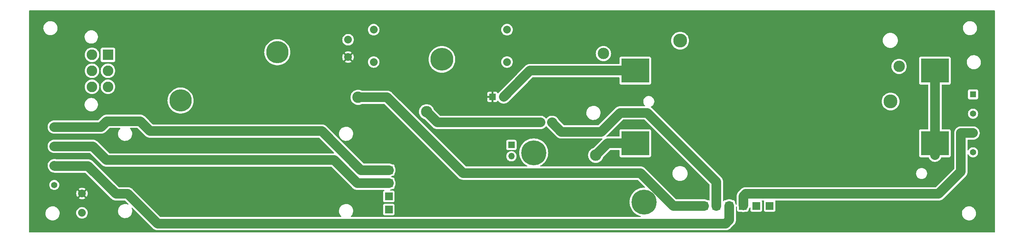
<source format=gtl>
G04 #@! TF.GenerationSoftware,KiCad,Pcbnew,7.0.9*
G04 #@! TF.CreationDate,2024-04-15T23:38:29-07:00*
G04 #@! TF.ProjectId,AVcarrierBoard,41566361-7272-4696-9572-426f6172642e,rev?*
G04 #@! TF.SameCoordinates,Original*
G04 #@! TF.FileFunction,Copper,L1,Top*
G04 #@! TF.FilePolarity,Positive*
%FSLAX46Y46*%
G04 Gerber Fmt 4.6, Leading zero omitted, Abs format (unit mm)*
G04 Created by KiCad (PCBNEW 7.0.9) date 2024-04-15 23:38:29*
%MOMM*%
%LPD*%
G01*
G04 APERTURE LIST*
G04 #@! TA.AperFunction,ComponentPad*
%ADD10R,1.700000X1.700000*%
G04 #@! TD*
G04 #@! TA.AperFunction,ComponentPad*
%ADD11O,1.700000X1.700000*%
G04 #@! TD*
G04 #@! TA.AperFunction,ComponentPad*
%ADD12R,1.650000X1.650000*%
G04 #@! TD*
G04 #@! TA.AperFunction,ComponentPad*
%ADD13C,1.650000*%
G04 #@! TD*
G04 #@! TA.AperFunction,ComponentPad*
%ADD14R,2.032000X2.032000*%
G04 #@! TD*
G04 #@! TA.AperFunction,ComponentPad*
%ADD15C,2.032000*%
G04 #@! TD*
G04 #@! TA.AperFunction,ComponentPad*
%ADD16R,2.800000X2.800000*%
G04 #@! TD*
G04 #@! TA.AperFunction,ComponentPad*
%ADD17C,2.800000*%
G04 #@! TD*
G04 #@! TA.AperFunction,SMDPad,CuDef*
%ADD18R,7.340000X6.350000*%
G04 #@! TD*
G04 #@! TA.AperFunction,WasherPad*
%ADD19C,6.560820*%
G04 #@! TD*
G04 #@! TA.AperFunction,ComponentPad*
%ADD20C,3.654400*%
G04 #@! TD*
G04 #@! TA.AperFunction,WasherPad*
%ADD21C,5.842000*%
G04 #@! TD*
G04 #@! TA.AperFunction,WasherPad*
%ADD22C,6.000000*%
G04 #@! TD*
G04 #@! TA.AperFunction,ViaPad*
%ADD23C,3.000000*%
G04 #@! TD*
G04 #@! TA.AperFunction,Conductor*
%ADD24C,2.500000*%
G04 #@! TD*
G04 #@! TA.AperFunction,Conductor*
%ADD25C,0.250000*%
G04 #@! TD*
G04 APERTURE END LIST*
D10*
X144470200Y-88798400D03*
D11*
X147440200Y-88798400D03*
D12*
X29464000Y-96723200D03*
D13*
X29464000Y-101803200D03*
X29464000Y-106883200D03*
X29464000Y-111963200D03*
D14*
X117275000Y-108060000D03*
X117275000Y-111520000D03*
X117275000Y-114980000D03*
X117275000Y-118440000D03*
D15*
X36735000Y-114220000D03*
X36735000Y-119300000D03*
D16*
X43557799Y-77730434D03*
D17*
X43557799Y-81930433D03*
X43557799Y-86130432D03*
X39357800Y-77730434D03*
X39357800Y-81930433D03*
X39357800Y-86130432D03*
D18*
X181990000Y-81885000D03*
X260650000Y-81885000D03*
X181990000Y-100995000D03*
X260650000Y-100995000D03*
D12*
X270650000Y-88137500D03*
D13*
X270650000Y-93217500D03*
X270650000Y-98297500D03*
X270650000Y-103377500D03*
D10*
X160070800Y-95504000D03*
D11*
X157530800Y-95504000D03*
D19*
X155321000Y-103505000D03*
X184264300Y-116459000D03*
D14*
X217265000Y-117475000D03*
X213725000Y-117475000D03*
X210185000Y-117475000D03*
X206645000Y-117475000D03*
X203265000Y-117475000D03*
X200025000Y-117475000D03*
D20*
X249000000Y-90000000D03*
X193755000Y-73998000D03*
D21*
X62616800Y-89756000D03*
X88016800Y-77056000D03*
D15*
X106599387Y-78326000D03*
X106599387Y-73765535D03*
D22*
X131210000Y-78920000D03*
D15*
X148310000Y-71120000D03*
X148310000Y-79620000D03*
X113310000Y-71120000D03*
X113310000Y-79620000D03*
D10*
X149453600Y-101442600D03*
D11*
X149453600Y-104412600D03*
D23*
X251228000Y-80772000D03*
X171602400Y-104140000D03*
X109220000Y-88900000D03*
X173618000Y-77402600D03*
X127203200Y-92710000D03*
D24*
X127203200Y-92710000D02*
X129997200Y-95504000D01*
X129997200Y-95504000D02*
X157100800Y-95504000D01*
X174747400Y-100995000D02*
X181990000Y-100995000D01*
X172207400Y-103535000D02*
X174747400Y-100995000D01*
D25*
X172207400Y-103535000D02*
X171602400Y-104140000D01*
D24*
X109965000Y-108060000D02*
X117275000Y-108060000D01*
X99695000Y-97790000D02*
X109965000Y-108060000D01*
X41706800Y-96723200D02*
X43230800Y-95199200D01*
X52019200Y-95199200D02*
X54610000Y-97790000D01*
X43230800Y-95199200D02*
X52019200Y-95199200D01*
X54610000Y-97790000D02*
X99695000Y-97790000D01*
X29464000Y-96723200D02*
X41706800Y-96723200D01*
X29464000Y-101803200D02*
X39573200Y-101803200D01*
X39573200Y-101803200D02*
X43180000Y-105410000D01*
X109030800Y-111520000D02*
X117275000Y-111520000D01*
X102920800Y-105410000D02*
X109030800Y-111520000D01*
X43180000Y-105410000D02*
X102920800Y-105410000D01*
X191970110Y-117475000D02*
X200025000Y-117475000D01*
X136788000Y-108848000D02*
X116840000Y-88900000D01*
X136788000Y-108848000D02*
X183343110Y-108848000D01*
X183343110Y-108848000D02*
X191970110Y-117475000D01*
X116840000Y-88900000D02*
X109220000Y-88900000D01*
X48768000Y-114300000D02*
X45669200Y-114300000D01*
X56591200Y-122123200D02*
X48768000Y-114300000D01*
X38354000Y-106984800D02*
X29565600Y-106984800D01*
X206645000Y-117475000D02*
X206645000Y-121167400D01*
X45669200Y-114300000D02*
X38354000Y-106984800D01*
X205689200Y-122123200D02*
X56591200Y-122123200D01*
X29565600Y-106984800D02*
X29464000Y-106883200D01*
X206645000Y-121167400D02*
X205689200Y-122123200D01*
X147440200Y-88798400D02*
X152400000Y-83838600D01*
X152400000Y-83820000D02*
X154335000Y-81885000D01*
X152400000Y-83838600D02*
X152400000Y-83820000D01*
X154335000Y-81885000D02*
X181990000Y-81885000D01*
X173000000Y-98000000D02*
X162566800Y-98000000D01*
X160230800Y-95504000D02*
X160230800Y-95554800D01*
X203265000Y-117475000D02*
X203265000Y-111121614D01*
X203265000Y-111121614D02*
X185143386Y-93000000D01*
X162566800Y-98000000D02*
X160070800Y-95504000D01*
X178000000Y-93000000D02*
X173000000Y-98000000D01*
X185143386Y-93000000D02*
X178000000Y-93000000D01*
X267462500Y-108457500D02*
X261620000Y-114300000D01*
X261620000Y-114300000D02*
X210968000Y-114300000D01*
X210968000Y-114300000D02*
X210345000Y-114923000D01*
X210345000Y-114923000D02*
X210345000Y-117315000D01*
X267462500Y-98297500D02*
X267462500Y-108457500D01*
X270650000Y-98297500D02*
X267462500Y-98297500D01*
X260650000Y-85030000D02*
X260650000Y-104140000D01*
G04 #@! TA.AperFunction,Conductor*
G36*
X276307539Y-66059685D02*
G01*
X276353294Y-66112489D01*
X276364500Y-66164000D01*
X276364500Y-124336000D01*
X276344815Y-124403039D01*
X276292011Y-124448794D01*
X276240500Y-124460000D01*
X22984000Y-124460000D01*
X22916961Y-124440315D01*
X22871206Y-124387511D01*
X22860000Y-124336000D01*
X22860000Y-119498563D01*
X27152587Y-119498563D01*
X27182213Y-119767813D01*
X27182215Y-119767824D01*
X27250726Y-120029882D01*
X27250728Y-120029888D01*
X27356670Y-120279190D01*
X27413137Y-120371714D01*
X27497779Y-120510405D01*
X27497786Y-120510415D01*
X27671053Y-120718619D01*
X27671059Y-120718624D01*
X27764627Y-120802461D01*
X27872798Y-120899382D01*
X28098710Y-121048844D01*
X28343976Y-121163820D01*
X28343983Y-121163822D01*
X28343985Y-121163823D01*
X28603357Y-121241857D01*
X28603364Y-121241858D01*
X28603369Y-121241860D01*
X28871361Y-121281300D01*
X28871366Y-121281300D01*
X29074436Y-121281300D01*
X29125933Y-121277530D01*
X29276956Y-121266477D01*
X29427073Y-121233037D01*
X29541346Y-121207582D01*
X29541348Y-121207581D01*
X29541353Y-121207580D01*
X29794358Y-121110814D01*
X30030577Y-120978241D01*
X30244977Y-120812688D01*
X30432986Y-120617681D01*
X30590599Y-120397379D01*
X30681308Y-120220949D01*
X30714449Y-120156490D01*
X30714451Y-120156484D01*
X30714456Y-120156475D01*
X30801918Y-119900105D01*
X30851119Y-119633733D01*
X30861012Y-119363035D01*
X30854076Y-119300000D01*
X35213811Y-119300000D01*
X35232538Y-119537963D01*
X35288261Y-119770068D01*
X35379608Y-119990600D01*
X35379610Y-119990604D01*
X35379611Y-119990605D01*
X35504332Y-120194132D01*
X35659357Y-120375643D01*
X35840868Y-120530668D01*
X36044395Y-120655389D01*
X36044397Y-120655389D01*
X36044399Y-120655391D01*
X36089929Y-120674250D01*
X36264927Y-120746737D01*
X36497034Y-120802461D01*
X36735000Y-120821189D01*
X36972966Y-120802461D01*
X37205073Y-120746737D01*
X37425605Y-120655389D01*
X37629132Y-120530668D01*
X37810643Y-120375643D01*
X37965668Y-120194132D01*
X38090389Y-119990605D01*
X38181737Y-119770073D01*
X38237461Y-119537966D01*
X38256189Y-119300000D01*
X38237461Y-119062034D01*
X38181737Y-118829927D01*
X38121735Y-118685071D01*
X38090391Y-118609399D01*
X38084145Y-118599207D01*
X37965668Y-118405868D01*
X37810643Y-118224357D01*
X37629132Y-118069332D01*
X37425605Y-117944611D01*
X37425604Y-117944610D01*
X37425600Y-117944608D01*
X37205068Y-117853261D01*
X36972962Y-117797538D01*
X36972963Y-117797538D01*
X36735000Y-117778811D01*
X36497036Y-117797538D01*
X36264931Y-117853261D01*
X36044399Y-117944608D01*
X35840867Y-118069332D01*
X35659357Y-118224357D01*
X35504332Y-118405867D01*
X35379608Y-118609399D01*
X35288261Y-118829931D01*
X35232538Y-119062036D01*
X35213811Y-119300000D01*
X30854076Y-119300000D01*
X30831386Y-119093782D01*
X30762872Y-118831712D01*
X30656930Y-118582410D01*
X30515818Y-118351190D01*
X30476434Y-118303865D01*
X30342546Y-118142980D01*
X30342540Y-118142975D01*
X30140802Y-117962218D01*
X29914892Y-117812757D01*
X29882427Y-117797538D01*
X29669624Y-117697780D01*
X29669619Y-117697778D01*
X29669614Y-117697776D01*
X29410242Y-117619742D01*
X29410228Y-117619739D01*
X29294591Y-117602721D01*
X29142239Y-117580300D01*
X28939169Y-117580300D01*
X28939164Y-117580300D01*
X28736644Y-117595123D01*
X28736631Y-117595125D01*
X28472253Y-117654017D01*
X28472246Y-117654020D01*
X28219239Y-117750787D01*
X27983026Y-117883357D01*
X27768622Y-118048912D01*
X27580622Y-118243909D01*
X27580616Y-118243916D01*
X27423002Y-118464219D01*
X27422999Y-118464224D01*
X27299150Y-118705109D01*
X27299143Y-118705127D01*
X27211684Y-118961485D01*
X27211681Y-118961499D01*
X27199641Y-119026683D01*
X27162919Y-119225499D01*
X27162481Y-119227868D01*
X27162480Y-119227875D01*
X27152587Y-119498563D01*
X22860000Y-119498563D01*
X22860000Y-114220000D01*
X35214312Y-114220000D01*
X35233033Y-114457883D01*
X35288742Y-114689925D01*
X35380056Y-114910378D01*
X35498229Y-115103216D01*
X36251922Y-114349523D01*
X36275507Y-114429844D01*
X36353239Y-114550798D01*
X36461900Y-114644952D01*
X36592685Y-114704680D01*
X36602466Y-114706086D01*
X35851782Y-115456769D01*
X35851782Y-115456770D01*
X36044621Y-115574943D01*
X36265075Y-115666257D01*
X36265072Y-115666257D01*
X36497116Y-115721966D01*
X36735000Y-115740687D01*
X36972883Y-115721966D01*
X37204925Y-115666257D01*
X37425374Y-115574944D01*
X37618216Y-115456769D01*
X36867534Y-114706086D01*
X36877315Y-114704680D01*
X37008100Y-114644952D01*
X37116761Y-114550798D01*
X37194493Y-114429844D01*
X37218076Y-114349523D01*
X37971769Y-115103216D01*
X38089944Y-114910374D01*
X38181257Y-114689925D01*
X38236966Y-114457883D01*
X38255687Y-114220000D01*
X38236966Y-113982116D01*
X38181257Y-113750074D01*
X38089943Y-113529621D01*
X37971769Y-113336782D01*
X37218076Y-114090475D01*
X37194493Y-114010156D01*
X37116761Y-113889202D01*
X37008100Y-113795048D01*
X36877315Y-113735320D01*
X36867533Y-113733913D01*
X37618216Y-112983229D01*
X37425378Y-112865056D01*
X37204924Y-112773742D01*
X37204927Y-112773742D01*
X36972883Y-112718033D01*
X36735000Y-112699312D01*
X36497116Y-112718033D01*
X36265074Y-112773742D01*
X36044621Y-112865056D01*
X35851782Y-112983229D01*
X36602467Y-113733913D01*
X36592685Y-113735320D01*
X36461900Y-113795048D01*
X36353239Y-113889202D01*
X36275507Y-114010156D01*
X36251923Y-114090476D01*
X35498229Y-113336782D01*
X35380056Y-113529621D01*
X35288742Y-113750074D01*
X35233033Y-113982116D01*
X35214312Y-114220000D01*
X22860000Y-114220000D01*
X22860000Y-111963201D01*
X28133437Y-111963201D01*
X28153650Y-112194244D01*
X28153651Y-112194251D01*
X28213678Y-112418274D01*
X28213679Y-112418276D01*
X28213680Y-112418279D01*
X28311699Y-112628482D01*
X28444730Y-112818469D01*
X28608731Y-112982470D01*
X28798718Y-113115501D01*
X29008921Y-113213520D01*
X29232950Y-113273549D01*
X29397985Y-113287987D01*
X29463998Y-113293763D01*
X29464000Y-113293763D01*
X29464002Y-113293763D01*
X29521762Y-113288709D01*
X29695050Y-113273549D01*
X29919079Y-113213520D01*
X30129282Y-113115501D01*
X30319269Y-112982470D01*
X30483270Y-112818469D01*
X30616301Y-112628482D01*
X30714320Y-112418279D01*
X30774349Y-112194250D01*
X30794563Y-111963200D01*
X30789962Y-111910615D01*
X30784370Y-111846694D01*
X30774349Y-111732150D01*
X30714320Y-111508121D01*
X30616301Y-111297919D01*
X30616299Y-111297916D01*
X30616298Y-111297914D01*
X30483273Y-111107935D01*
X30483268Y-111107929D01*
X30319269Y-110943930D01*
X30319263Y-110943926D01*
X30129282Y-110810899D01*
X29919079Y-110712880D01*
X29919076Y-110712879D01*
X29919074Y-110712878D01*
X29695051Y-110652851D01*
X29695044Y-110652850D01*
X29464002Y-110632637D01*
X29463998Y-110632637D01*
X29232955Y-110652850D01*
X29232948Y-110652851D01*
X29008917Y-110712881D01*
X28798718Y-110810899D01*
X28798714Y-110810901D01*
X28608735Y-110943926D01*
X28608729Y-110943931D01*
X28444731Y-111107929D01*
X28444726Y-111107935D01*
X28311701Y-111297914D01*
X28311699Y-111297918D01*
X28213681Y-111508117D01*
X28153651Y-111732148D01*
X28153650Y-111732155D01*
X28133437Y-111963198D01*
X28133437Y-111963201D01*
X22860000Y-111963201D01*
X22860000Y-106948835D01*
X27709818Y-106948835D01*
X27739194Y-107209545D01*
X27739194Y-107209549D01*
X27803144Y-107448212D01*
X27807100Y-107462975D01*
X27912017Y-107703447D01*
X28051602Y-107925597D01*
X28051605Y-107925600D01*
X28051607Y-107925603D01*
X28179890Y-108074671D01*
X28179890Y-108074670D01*
X28179898Y-108074679D01*
X28256887Y-108151668D01*
X28304670Y-108199451D01*
X28371617Y-108271604D01*
X28448579Y-108332978D01*
X28523203Y-108397198D01*
X28548087Y-108412833D01*
X28553763Y-108416860D01*
X28576743Y-108435186D01*
X28661997Y-108484407D01*
X28721176Y-108521591D01*
X28745351Y-108536782D01*
X28772295Y-108548537D01*
X28778500Y-108551670D01*
X28803957Y-108566368D01*
X28803958Y-108566368D01*
X28803961Y-108566370D01*
X28803963Y-108566371D01*
X28861449Y-108588932D01*
X28895600Y-108602335D01*
X28985825Y-108641700D01*
X29014220Y-108649308D01*
X29020819Y-108651480D01*
X29037749Y-108658124D01*
X29048184Y-108662220D01*
X29048189Y-108662221D01*
X29048192Y-108662222D01*
X29052210Y-108663139D01*
X29144169Y-108684128D01*
X29239250Y-108709605D01*
X29268456Y-108712895D01*
X29275301Y-108714058D01*
X29303970Y-108720602D01*
X29303975Y-108720602D01*
X29303978Y-108720603D01*
X29402137Y-108727958D01*
X29499963Y-108738981D01*
X29598331Y-108735300D01*
X37577557Y-108735300D01*
X37644596Y-108754985D01*
X37665238Y-108771619D01*
X44408270Y-115514651D01*
X44475217Y-115586804D01*
X44552179Y-115648178D01*
X44626803Y-115712398D01*
X44642031Y-115721966D01*
X44651687Y-115728033D01*
X44657363Y-115732060D01*
X44666314Y-115739198D01*
X44680343Y-115750386D01*
X44765597Y-115799607D01*
X44848953Y-115851983D01*
X44875883Y-115863732D01*
X44875895Y-115863737D01*
X44882100Y-115866870D01*
X44907557Y-115881568D01*
X44907558Y-115881568D01*
X44907561Y-115881570D01*
X44907563Y-115881571D01*
X44999200Y-115917535D01*
X45089425Y-115956900D01*
X45117820Y-115964508D01*
X45124419Y-115966680D01*
X45124422Y-115966681D01*
X45151784Y-115977420D01*
X45151789Y-115977421D01*
X45151792Y-115977422D01*
X45247769Y-115999328D01*
X45342850Y-116024805D01*
X45372056Y-116028095D01*
X45378901Y-116029258D01*
X45407570Y-116035802D01*
X45407575Y-116035802D01*
X45407578Y-116035803D01*
X45505737Y-116043158D01*
X45603563Y-116054181D01*
X45701931Y-116050500D01*
X47991557Y-116050500D01*
X48058596Y-116070185D01*
X48079238Y-116086819D01*
X48903096Y-116910677D01*
X48936581Y-116972000D01*
X48931597Y-117041692D01*
X48889725Y-117097625D01*
X48824261Y-117122042D01*
X48762783Y-117110634D01*
X48720320Y-117090728D01*
X48720313Y-117090726D01*
X48460942Y-117012692D01*
X48460928Y-117012689D01*
X48345291Y-116995671D01*
X48192939Y-116973250D01*
X47989869Y-116973250D01*
X47989864Y-116973250D01*
X47787344Y-116988073D01*
X47787331Y-116988075D01*
X47522953Y-117046967D01*
X47522946Y-117046970D01*
X47269939Y-117143737D01*
X47033726Y-117276307D01*
X47033724Y-117276308D01*
X47033723Y-117276309D01*
X46971393Y-117324438D01*
X46819322Y-117441862D01*
X46631322Y-117636859D01*
X46631316Y-117636866D01*
X46473702Y-117857169D01*
X46473699Y-117857174D01*
X46349850Y-118098059D01*
X46349843Y-118098077D01*
X46262384Y-118354435D01*
X46262381Y-118354449D01*
X46242105Y-118464224D01*
X46217307Y-118598482D01*
X46213181Y-118620818D01*
X46213180Y-118620825D01*
X46203287Y-118891513D01*
X46232913Y-119160763D01*
X46232915Y-119160774D01*
X46285793Y-119363035D01*
X46301428Y-119422838D01*
X46407370Y-119672140D01*
X46546501Y-119900114D01*
X46548479Y-119903355D01*
X46548486Y-119903365D01*
X46721753Y-120111569D01*
X46721759Y-120111574D01*
X46855106Y-120231053D01*
X46923498Y-120292332D01*
X47149410Y-120441794D01*
X47394676Y-120556770D01*
X47394683Y-120556772D01*
X47394685Y-120556773D01*
X47654057Y-120634807D01*
X47654064Y-120634808D01*
X47654069Y-120634810D01*
X47922061Y-120674250D01*
X47922066Y-120674250D01*
X48125136Y-120674250D01*
X48176633Y-120670480D01*
X48327656Y-120659427D01*
X48440258Y-120634343D01*
X48592046Y-120600532D01*
X48592048Y-120600531D01*
X48592053Y-120600530D01*
X48845058Y-120503764D01*
X49081277Y-120371191D01*
X49295677Y-120205638D01*
X49483686Y-120010631D01*
X49641299Y-119790329D01*
X49721815Y-119633724D01*
X49765149Y-119549440D01*
X49765151Y-119549434D01*
X49765156Y-119549425D01*
X49852618Y-119293055D01*
X49901819Y-119026683D01*
X49911712Y-118755985D01*
X49882086Y-118486732D01*
X49813572Y-118224662D01*
X49765146Y-118110708D01*
X49757044Y-118041312D01*
X49787747Y-117978550D01*
X49847508Y-117942350D01*
X49917353Y-117944206D01*
X49966951Y-117974532D01*
X55330270Y-123337851D01*
X55397217Y-123410004D01*
X55474179Y-123471378D01*
X55548800Y-123535596D01*
X55548807Y-123535601D01*
X55573693Y-123551237D01*
X55579370Y-123555265D01*
X55602343Y-123573586D01*
X55687593Y-123622805D01*
X55770954Y-123675184D01*
X55797897Y-123686939D01*
X55804098Y-123690069D01*
X55829557Y-123704768D01*
X55921187Y-123740730D01*
X56011426Y-123780101D01*
X56011427Y-123780101D01*
X56011429Y-123780102D01*
X56039822Y-123787709D01*
X56046430Y-123789883D01*
X56058629Y-123794671D01*
X56073770Y-123800615D01*
X56073774Y-123800616D01*
X56073784Y-123800620D01*
X56169746Y-123822523D01*
X56264850Y-123848006D01*
X56294067Y-123851297D01*
X56300907Y-123852459D01*
X56329570Y-123859002D01*
X56329576Y-123859002D01*
X56329579Y-123859003D01*
X56427729Y-123866357D01*
X56525564Y-123877381D01*
X56623941Y-123873700D01*
X205656469Y-123873700D01*
X205754835Y-123877381D01*
X205754835Y-123877380D01*
X205754836Y-123877381D01*
X205852660Y-123866358D01*
X205950830Y-123859002D01*
X205966867Y-123855341D01*
X205979487Y-123852461D01*
X205986347Y-123851295D01*
X205989242Y-123850968D01*
X206015550Y-123848005D01*
X206078936Y-123831020D01*
X206110631Y-123822528D01*
X206206608Y-123800622D01*
X206206609Y-123800621D01*
X206206616Y-123800620D01*
X206233990Y-123789875D01*
X206240572Y-123787709D01*
X206268975Y-123780100D01*
X206359199Y-123740735D01*
X206450843Y-123704768D01*
X206476319Y-123690057D01*
X206482487Y-123686944D01*
X206509447Y-123675183D01*
X206592802Y-123622807D01*
X206678057Y-123573586D01*
X206701045Y-123555252D01*
X206706692Y-123551245D01*
X206731597Y-123535598D01*
X206806220Y-123471378D01*
X206883169Y-123410015D01*
X206883172Y-123410011D01*
X206883181Y-123410005D01*
X206950130Y-123337850D01*
X207859638Y-122428341D01*
X207931805Y-122361381D01*
X207993191Y-122284405D01*
X208057397Y-122209797D01*
X208073043Y-122184893D01*
X208077049Y-122179248D01*
X208095386Y-122156257D01*
X208144611Y-122070995D01*
X208196983Y-121987647D01*
X208208744Y-121960687D01*
X208211857Y-121954519D01*
X208226568Y-121929043D01*
X208262535Y-121837399D01*
X208301900Y-121747175D01*
X208309509Y-121718772D01*
X208311675Y-121712190D01*
X208322420Y-121684816D01*
X208344327Y-121588834D01*
X208369805Y-121493751D01*
X208373095Y-121464541D01*
X208374257Y-121457700D01*
X208380802Y-121429030D01*
X208388159Y-121330846D01*
X208399180Y-121233037D01*
X208398227Y-121207580D01*
X208395500Y-121134686D01*
X208395500Y-119498563D01*
X267741387Y-119498563D01*
X267771013Y-119767813D01*
X267771015Y-119767824D01*
X267839526Y-120029882D01*
X267839528Y-120029888D01*
X267945470Y-120279190D01*
X268001937Y-120371714D01*
X268086579Y-120510405D01*
X268086586Y-120510415D01*
X268259853Y-120718619D01*
X268259859Y-120718624D01*
X268353427Y-120802461D01*
X268461598Y-120899382D01*
X268687510Y-121048844D01*
X268932776Y-121163820D01*
X268932783Y-121163822D01*
X268932785Y-121163823D01*
X269192157Y-121241857D01*
X269192164Y-121241858D01*
X269192169Y-121241860D01*
X269460161Y-121281300D01*
X269460166Y-121281300D01*
X269663236Y-121281300D01*
X269714733Y-121277530D01*
X269865756Y-121266477D01*
X270015873Y-121233037D01*
X270130146Y-121207582D01*
X270130148Y-121207581D01*
X270130153Y-121207580D01*
X270383158Y-121110814D01*
X270619377Y-120978241D01*
X270833777Y-120812688D01*
X271021786Y-120617681D01*
X271179399Y-120397379D01*
X271270108Y-120220949D01*
X271303249Y-120156490D01*
X271303251Y-120156484D01*
X271303256Y-120156475D01*
X271390718Y-119900105D01*
X271439919Y-119633733D01*
X271449812Y-119363035D01*
X271420186Y-119093782D01*
X271351672Y-118831712D01*
X271245730Y-118582410D01*
X271104618Y-118351190D01*
X271065234Y-118303865D01*
X270931346Y-118142980D01*
X270931340Y-118142975D01*
X270729602Y-117962218D01*
X270503692Y-117812757D01*
X270471227Y-117797538D01*
X270258424Y-117697780D01*
X270258419Y-117697778D01*
X270258414Y-117697776D01*
X269999042Y-117619742D01*
X269999028Y-117619739D01*
X269883391Y-117602721D01*
X269731039Y-117580300D01*
X269527969Y-117580300D01*
X269527964Y-117580300D01*
X269325444Y-117595123D01*
X269325431Y-117595125D01*
X269061053Y-117654017D01*
X269061046Y-117654020D01*
X268808039Y-117750787D01*
X268571826Y-117883357D01*
X268357422Y-118048912D01*
X268169422Y-118243909D01*
X268169416Y-118243916D01*
X268011802Y-118464219D01*
X268011799Y-118464224D01*
X267887950Y-118705109D01*
X267887943Y-118705127D01*
X267800484Y-118961485D01*
X267800481Y-118961499D01*
X267788441Y-119026683D01*
X267751719Y-119225499D01*
X267751281Y-119227868D01*
X267751280Y-119227875D01*
X267741387Y-119498563D01*
X208395500Y-119498563D01*
X208395500Y-117740884D01*
X208415185Y-117673845D01*
X208467989Y-117628090D01*
X208537147Y-117618146D01*
X208600703Y-117647171D01*
X208638477Y-117705949D01*
X208640385Y-117713268D01*
X208665391Y-117822827D01*
X208668500Y-117850416D01*
X208668500Y-118538870D01*
X208668501Y-118538876D01*
X208674908Y-118598483D01*
X208725202Y-118733328D01*
X208725206Y-118733335D01*
X208811452Y-118848544D01*
X208811455Y-118848547D01*
X208926664Y-118934793D01*
X208926671Y-118934797D01*
X208971618Y-118951561D01*
X209061517Y-118985091D01*
X209121127Y-118991500D01*
X209822562Y-118991499D01*
X209859112Y-118997008D01*
X209881063Y-119003779D01*
X209954385Y-119026396D01*
X210213818Y-119065500D01*
X210476182Y-119065500D01*
X210735615Y-119026396D01*
X210814007Y-119002214D01*
X210830888Y-118997008D01*
X210867438Y-118991499D01*
X211248871Y-118991499D01*
X211248872Y-118991499D01*
X211308483Y-118985091D01*
X211443331Y-118934796D01*
X211558546Y-118848546D01*
X211644796Y-118733331D01*
X211695091Y-118598483D01*
X211696819Y-118582410D01*
X211701499Y-118538886D01*
X211701499Y-118538882D01*
X211701500Y-118538873D01*
X211701499Y-118464975D01*
X211721183Y-118397937D01*
X211728547Y-118387669D01*
X211795386Y-118303857D01*
X211926568Y-118076643D01*
X211969074Y-117968338D01*
X212011887Y-117913129D01*
X212077757Y-117889827D01*
X212145767Y-117905837D01*
X212194326Y-117956075D01*
X212208500Y-118013644D01*
X212208500Y-118538870D01*
X212208501Y-118538876D01*
X212214908Y-118598483D01*
X212265202Y-118733328D01*
X212265206Y-118733335D01*
X212351452Y-118848544D01*
X212351455Y-118848547D01*
X212466664Y-118934793D01*
X212466671Y-118934797D01*
X212601517Y-118985091D01*
X212601516Y-118985091D01*
X212608444Y-118985835D01*
X212661127Y-118991500D01*
X214788872Y-118991499D01*
X214848483Y-118985091D01*
X214983331Y-118934796D01*
X215098546Y-118848546D01*
X215184796Y-118733331D01*
X215235091Y-118598483D01*
X215241500Y-118538873D01*
X215241499Y-116411128D01*
X215235091Y-116351517D01*
X215214500Y-116296309D01*
X215185231Y-116217833D01*
X215180247Y-116148141D01*
X215213733Y-116086818D01*
X215275056Y-116053334D01*
X215301413Y-116050500D01*
X215688587Y-116050500D01*
X215755626Y-116070185D01*
X215801381Y-116122989D01*
X215811325Y-116192147D01*
X215804769Y-116217833D01*
X215754908Y-116351517D01*
X215748501Y-116411116D01*
X215748501Y-116411123D01*
X215748500Y-116411135D01*
X215748500Y-118538870D01*
X215748501Y-118538876D01*
X215754908Y-118598483D01*
X215805202Y-118733328D01*
X215805206Y-118733335D01*
X215891452Y-118848544D01*
X215891455Y-118848547D01*
X216006664Y-118934793D01*
X216006671Y-118934797D01*
X216141517Y-118985091D01*
X216141516Y-118985091D01*
X216148444Y-118985835D01*
X216201127Y-118991500D01*
X218328872Y-118991499D01*
X218388483Y-118985091D01*
X218523331Y-118934796D01*
X218638546Y-118848546D01*
X218724796Y-118733331D01*
X218775091Y-118598483D01*
X218781500Y-118538873D01*
X218781499Y-116411128D01*
X218775091Y-116351517D01*
X218754500Y-116296309D01*
X218725231Y-116217833D01*
X218720247Y-116148141D01*
X218753733Y-116086818D01*
X218815056Y-116053334D01*
X218841413Y-116050500D01*
X261587269Y-116050500D01*
X261685635Y-116054181D01*
X261685635Y-116054180D01*
X261685636Y-116054181D01*
X261783460Y-116043158D01*
X261881630Y-116035802D01*
X261897667Y-116032141D01*
X261910287Y-116029261D01*
X261917147Y-116028095D01*
X261920042Y-116027768D01*
X261946350Y-116024805D01*
X262010660Y-116007573D01*
X262041431Y-115999328D01*
X262137408Y-115977422D01*
X262137409Y-115977421D01*
X262137416Y-115977420D01*
X262164790Y-115966675D01*
X262171372Y-115964509D01*
X262199775Y-115956900D01*
X262289999Y-115917535D01*
X262381643Y-115881568D01*
X262407119Y-115866857D01*
X262413287Y-115863744D01*
X262440247Y-115851983D01*
X262523602Y-115799607D01*
X262608857Y-115750386D01*
X262631845Y-115732052D01*
X262637492Y-115728045D01*
X262662397Y-115712398D01*
X262737020Y-115648178D01*
X262813969Y-115586815D01*
X262813971Y-115586812D01*
X262813981Y-115586805D01*
X262880929Y-115514651D01*
X268677151Y-109718429D01*
X268749305Y-109651481D01*
X268757211Y-109641568D01*
X268810678Y-109574520D01*
X268874898Y-109499897D01*
X268890545Y-109474993D01*
X268894558Y-109469337D01*
X268912886Y-109446357D01*
X268962100Y-109361114D01*
X269014484Y-109277747D01*
X269026248Y-109250780D01*
X269029369Y-109244599D01*
X269044068Y-109219143D01*
X269080028Y-109127515D01*
X269119401Y-109037274D01*
X269127010Y-109008873D01*
X269129181Y-109002274D01*
X269139920Y-108974916D01*
X269140187Y-108973749D01*
X269161826Y-108878937D01*
X269187304Y-108783854D01*
X269187305Y-108783850D01*
X269190595Y-108754647D01*
X269191761Y-108747787D01*
X269196287Y-108727958D01*
X269198302Y-108719130D01*
X269205658Y-108620960D01*
X269216681Y-108523136D01*
X269213000Y-108424768D01*
X269213000Y-103991570D01*
X269232685Y-103924531D01*
X269285489Y-103878776D01*
X269354647Y-103868832D01*
X269418203Y-103897857D01*
X269449381Y-103939164D01*
X269497699Y-104042782D01*
X269630730Y-104232769D01*
X269794731Y-104396770D01*
X269984718Y-104529801D01*
X270194921Y-104627820D01*
X270418950Y-104687849D01*
X270583985Y-104702287D01*
X270649998Y-104708063D01*
X270650000Y-104708063D01*
X270650002Y-104708063D01*
X270707762Y-104703009D01*
X270881050Y-104687849D01*
X271105079Y-104627820D01*
X271315282Y-104529801D01*
X271505269Y-104396770D01*
X271669270Y-104232769D01*
X271802301Y-104042782D01*
X271900320Y-103832579D01*
X271960349Y-103608550D01*
X271980563Y-103377500D01*
X271960349Y-103146450D01*
X271900320Y-102922421D01*
X271802301Y-102712219D01*
X271802299Y-102712216D01*
X271802298Y-102712214D01*
X271669273Y-102522235D01*
X271669268Y-102522229D01*
X271505269Y-102358230D01*
X271479914Y-102340476D01*
X271315282Y-102225199D01*
X271105079Y-102127180D01*
X271105076Y-102127179D01*
X271105074Y-102127178D01*
X270881051Y-102067151D01*
X270881044Y-102067150D01*
X270650002Y-102046937D01*
X270649998Y-102046937D01*
X270418955Y-102067150D01*
X270418948Y-102067151D01*
X270194917Y-102127181D01*
X269984718Y-102225199D01*
X269984714Y-102225201D01*
X269794735Y-102358226D01*
X269794729Y-102358231D01*
X269630731Y-102522229D01*
X269630726Y-102522235D01*
X269497701Y-102712214D01*
X269497699Y-102712218D01*
X269449382Y-102815835D01*
X269403210Y-102868274D01*
X269336016Y-102887426D01*
X269269135Y-102867210D01*
X269223800Y-102814045D01*
X269213000Y-102763430D01*
X269213000Y-100172000D01*
X269232685Y-100104961D01*
X269285489Y-100059206D01*
X269337000Y-100048000D01*
X270715500Y-100048000D01*
X270911620Y-100033303D01*
X270911622Y-100033302D01*
X270911630Y-100033302D01*
X271167416Y-99974920D01*
X271411643Y-99879068D01*
X271638857Y-99747886D01*
X271843981Y-99584305D01*
X271844863Y-99583355D01*
X271949735Y-99470329D01*
X272022433Y-99391979D01*
X272170228Y-99175204D01*
X272284063Y-98938823D01*
X272361396Y-98688115D01*
X272400500Y-98428682D01*
X272400500Y-98166318D01*
X272361396Y-97906885D01*
X272284063Y-97656177D01*
X272256567Y-97599081D01*
X272170232Y-97419803D01*
X272170231Y-97419802D01*
X272170230Y-97419801D01*
X272170228Y-97419796D01*
X272022433Y-97203021D01*
X272002389Y-97181419D01*
X271843985Y-97010698D01*
X271775783Y-96956309D01*
X271638857Y-96847114D01*
X271411643Y-96715932D01*
X271167416Y-96620080D01*
X271167411Y-96620078D01*
X271167402Y-96620076D01*
X270949818Y-96570414D01*
X270911630Y-96561698D01*
X270911629Y-96561697D01*
X270911625Y-96561697D01*
X270911620Y-96561696D01*
X270715500Y-96547000D01*
X270715494Y-96547000D01*
X267593682Y-96547000D01*
X267331318Y-96547000D01*
X267331308Y-96547000D01*
X267268663Y-96556443D01*
X267264056Y-96556962D01*
X267225413Y-96559858D01*
X267200870Y-96561698D01*
X267184468Y-96565441D01*
X267139092Y-96575797D01*
X267134538Y-96576659D01*
X267094027Y-96582766D01*
X267071885Y-96586104D01*
X267071880Y-96586105D01*
X267071876Y-96586106D01*
X267011343Y-96604778D01*
X267006864Y-96605978D01*
X266945093Y-96620077D01*
X266945079Y-96620081D01*
X266886093Y-96643231D01*
X266881717Y-96644762D01*
X266821183Y-96663434D01*
X266821160Y-96663443D01*
X266764081Y-96690931D01*
X266759832Y-96692785D01*
X266700858Y-96715931D01*
X266645984Y-96747611D01*
X266641886Y-96749777D01*
X266584795Y-96777272D01*
X266584790Y-96777274D01*
X266532445Y-96812963D01*
X266528519Y-96815430D01*
X266473649Y-96847109D01*
X266424100Y-96886622D01*
X266420370Y-96889374D01*
X266368022Y-96925066D01*
X266368014Y-96925072D01*
X266321571Y-96968164D01*
X266318058Y-96971188D01*
X266268520Y-97010693D01*
X266225420Y-97057142D01*
X266222142Y-97060420D01*
X266175693Y-97103520D01*
X266136188Y-97153058D01*
X266133164Y-97156571D01*
X266090072Y-97203014D01*
X266090066Y-97203022D01*
X266054374Y-97255370D01*
X266051622Y-97259100D01*
X266012109Y-97308649D01*
X265980430Y-97363519D01*
X265977963Y-97367445D01*
X265942274Y-97419790D01*
X265942272Y-97419795D01*
X265914777Y-97476886D01*
X265912611Y-97480984D01*
X265880931Y-97535858D01*
X265857785Y-97594832D01*
X265855931Y-97599081D01*
X265828443Y-97656160D01*
X265828434Y-97656183D01*
X265809762Y-97716717D01*
X265808231Y-97721093D01*
X265785081Y-97780079D01*
X265785077Y-97780093D01*
X265770978Y-97841864D01*
X265769778Y-97846343D01*
X265751106Y-97906876D01*
X265751105Y-97906880D01*
X265751104Y-97906885D01*
X265747766Y-97929027D01*
X265741659Y-97969538D01*
X265740797Y-97974092D01*
X265732603Y-98009997D01*
X265727023Y-98034449D01*
X265726698Y-98035872D01*
X265726698Y-98035873D01*
X265721962Y-98099056D01*
X265721443Y-98103663D01*
X265712000Y-98166308D01*
X265712000Y-107681057D01*
X265692315Y-107748096D01*
X265675681Y-107768738D01*
X260931238Y-112513181D01*
X260869915Y-112546666D01*
X260843557Y-112549500D01*
X211000731Y-112549500D01*
X210902362Y-112545818D01*
X210902361Y-112545818D01*
X210804537Y-112556841D01*
X210706375Y-112564196D01*
X210706372Y-112564197D01*
X210677703Y-112570739D01*
X210670849Y-112571903D01*
X210641651Y-112575194D01*
X210641649Y-112575194D01*
X210558687Y-112597424D01*
X210546569Y-112600671D01*
X210450584Y-112622580D01*
X210450580Y-112622581D01*
X210450578Y-112622582D01*
X210436407Y-112628143D01*
X210423215Y-112633320D01*
X210416612Y-112635493D01*
X210388228Y-112643098D01*
X210388223Y-112643100D01*
X210298000Y-112682464D01*
X210206360Y-112718430D01*
X210180895Y-112733131D01*
X210174689Y-112736264D01*
X210147754Y-112748016D01*
X210147742Y-112748022D01*
X210064398Y-112800391D01*
X209979137Y-112849617D01*
X209956164Y-112867937D01*
X209950493Y-112871961D01*
X209925604Y-112887600D01*
X209850979Y-112951821D01*
X209774019Y-113013194D01*
X209774016Y-113013197D01*
X209707070Y-113085348D01*
X209130348Y-113662070D01*
X209058197Y-113729016D01*
X209058194Y-113729019D01*
X208996821Y-113805979D01*
X208932600Y-113880604D01*
X208916961Y-113905493D01*
X208912937Y-113911164D01*
X208894617Y-113934137D01*
X208845391Y-114019398D01*
X208793022Y-114102742D01*
X208793016Y-114102754D01*
X208781264Y-114129689D01*
X208778131Y-114135895D01*
X208763430Y-114161360D01*
X208727464Y-114253000D01*
X208688100Y-114343223D01*
X208688098Y-114343228D01*
X208680493Y-114371612D01*
X208678320Y-114378215D01*
X208667580Y-114405584D01*
X208662043Y-114429844D01*
X208645671Y-114501569D01*
X208620194Y-114596649D01*
X208620194Y-114596651D01*
X208616903Y-114625849D01*
X208615739Y-114632703D01*
X208609197Y-114661372D01*
X208609196Y-114661375D01*
X208601841Y-114759539D01*
X208590818Y-114857364D01*
X208594500Y-114955731D01*
X208594500Y-117049113D01*
X208574815Y-117116152D01*
X208522011Y-117161907D01*
X208452853Y-117171851D01*
X208389297Y-117142826D01*
X208351523Y-117084048D01*
X208349609Y-117076705D01*
X208322423Y-116957597D01*
X208322422Y-116957596D01*
X208322420Y-116957584D01*
X208226568Y-116713357D01*
X208178112Y-116629428D01*
X208161499Y-116567428D01*
X208161499Y-116411129D01*
X208161498Y-116411123D01*
X208161497Y-116411116D01*
X208155091Y-116351517D01*
X208112875Y-116238331D01*
X208104797Y-116216671D01*
X208104793Y-116216664D01*
X208018547Y-116101455D01*
X208018544Y-116101452D01*
X207903335Y-116015206D01*
X207903328Y-116015202D01*
X207768482Y-115964908D01*
X207768483Y-115964908D01*
X207708883Y-115958501D01*
X207708881Y-115958500D01*
X207708873Y-115958500D01*
X207708865Y-115958500D01*
X207558747Y-115958500D01*
X207504946Y-115946220D01*
X207286325Y-115840938D01*
X207286327Y-115840938D01*
X207035623Y-115763606D01*
X207035619Y-115763605D01*
X207035615Y-115763604D01*
X206910823Y-115744794D01*
X206776187Y-115724500D01*
X206776182Y-115724500D01*
X206513818Y-115724500D01*
X206513812Y-115724500D01*
X206352247Y-115748853D01*
X206254385Y-115763604D01*
X206254382Y-115763605D01*
X206254376Y-115763606D01*
X206003673Y-115840938D01*
X205785053Y-115946220D01*
X205731253Y-115958500D01*
X205581130Y-115958500D01*
X205581123Y-115958501D01*
X205521516Y-115964908D01*
X205386671Y-116015202D01*
X205386664Y-116015206D01*
X205271455Y-116101452D01*
X205238766Y-116145119D01*
X205182832Y-116186989D01*
X205113140Y-116191973D01*
X205051817Y-116158487D01*
X205018333Y-116097163D01*
X205015500Y-116070807D01*
X205015500Y-111154327D01*
X205019180Y-111055977D01*
X205008159Y-110958168D01*
X205000803Y-110859993D01*
X205000802Y-110859986D01*
X204997454Y-110845320D01*
X204994257Y-110831312D01*
X204993094Y-110824459D01*
X204989805Y-110795264D01*
X204964328Y-110700183D01*
X204948911Y-110632637D01*
X204942422Y-110604206D01*
X204942419Y-110604196D01*
X204931680Y-110576833D01*
X204929508Y-110570234D01*
X204921900Y-110541839D01*
X204882535Y-110451614D01*
X204846571Y-110359977D01*
X204846570Y-110359975D01*
X204839429Y-110347607D01*
X204831870Y-110334514D01*
X204828737Y-110328309D01*
X204823743Y-110316863D01*
X204816983Y-110301367D01*
X204764607Y-110218011D01*
X204715386Y-110132757D01*
X204697060Y-110109777D01*
X204693033Y-110104101D01*
X204677398Y-110079217D01*
X204663141Y-110062651D01*
X204613184Y-110004601D01*
X204599058Y-109986887D01*
X204551805Y-109927633D01*
X204551803Y-109927631D01*
X204551804Y-109927631D01*
X204479637Y-109860671D01*
X203683744Y-109064778D01*
X255694500Y-109064778D01*
X255704969Y-109127515D01*
X255733930Y-109301067D01*
X255811711Y-109527637D01*
X255811713Y-109527642D01*
X255925730Y-109738325D01*
X255925734Y-109738331D01*
X256022466Y-109862612D01*
X256072866Y-109927366D01*
X256249113Y-110089612D01*
X256449660Y-110220636D01*
X256669038Y-110316864D01*
X256901263Y-110375672D01*
X257080213Y-110390500D01*
X257080215Y-110390500D01*
X257199785Y-110390500D01*
X257199787Y-110390500D01*
X257378737Y-110375672D01*
X257610962Y-110316864D01*
X257830340Y-110220636D01*
X258030887Y-110089612D01*
X258207134Y-109927366D01*
X258354271Y-109738323D01*
X258468287Y-109527641D01*
X258546070Y-109301065D01*
X258585500Y-109064778D01*
X258585500Y-108825222D01*
X258546070Y-108588935D01*
X258538323Y-108566370D01*
X258468288Y-108362362D01*
X258468286Y-108362357D01*
X258419173Y-108271605D01*
X258354271Y-108151677D01*
X258354269Y-108151674D01*
X258354265Y-108151668D01*
X258207139Y-107962641D01*
X258207134Y-107962634D01*
X258030887Y-107800388D01*
X258030884Y-107800386D01*
X258030883Y-107800385D01*
X257926853Y-107732419D01*
X257830340Y-107669364D01*
X257830337Y-107669362D01*
X257830336Y-107669362D01*
X257610963Y-107573136D01*
X257378737Y-107514328D01*
X257378740Y-107514328D01*
X257271367Y-107505431D01*
X257199787Y-107499500D01*
X257080213Y-107499500D01*
X257008633Y-107505431D01*
X256901260Y-107514328D01*
X256669036Y-107573136D01*
X256449663Y-107669362D01*
X256249116Y-107800385D01*
X256072869Y-107962631D01*
X256072860Y-107962641D01*
X255925734Y-108151668D01*
X255925730Y-108151674D01*
X255811713Y-108362357D01*
X255811711Y-108362362D01*
X255733930Y-108588932D01*
X255708891Y-108738980D01*
X255694500Y-108825222D01*
X255694500Y-109064778D01*
X203683744Y-109064778D01*
X198836836Y-104217870D01*
X256479500Y-104217870D01*
X256479501Y-104217876D01*
X256485908Y-104277483D01*
X256536202Y-104412328D01*
X256536206Y-104412335D01*
X256622452Y-104527544D01*
X256622455Y-104527547D01*
X256737664Y-104613793D01*
X256737671Y-104613797D01*
X256872517Y-104664091D01*
X256872516Y-104664091D01*
X256879444Y-104664835D01*
X256932127Y-104670500D01*
X258893172Y-104670499D01*
X258960211Y-104690184D01*
X259005966Y-104742987D01*
X259008600Y-104749196D01*
X259058468Y-104876255D01*
X259068432Y-104901643D01*
X259199614Y-105128857D01*
X259323337Y-105284001D01*
X259363198Y-105333985D01*
X259526162Y-105485192D01*
X259555521Y-105512433D01*
X259772296Y-105660228D01*
X259772301Y-105660230D01*
X259772302Y-105660231D01*
X259772303Y-105660232D01*
X259897843Y-105720688D01*
X260008673Y-105774061D01*
X260008674Y-105774061D01*
X260008677Y-105774063D01*
X260259385Y-105851396D01*
X260518818Y-105890500D01*
X260781182Y-105890500D01*
X261040615Y-105851396D01*
X261291323Y-105774063D01*
X261527704Y-105660228D01*
X261744479Y-105512433D01*
X261936805Y-105333981D01*
X262100386Y-105128857D01*
X262231568Y-104901643D01*
X262291399Y-104749193D01*
X262334213Y-104693983D01*
X262400083Y-104670682D01*
X262406826Y-104670499D01*
X264367871Y-104670499D01*
X264367872Y-104670499D01*
X264427483Y-104664091D01*
X264562331Y-104613796D01*
X264677546Y-104527546D01*
X264763796Y-104412331D01*
X264814091Y-104277483D01*
X264820500Y-104217873D01*
X264820499Y-97772128D01*
X264814781Y-97718940D01*
X264814091Y-97712516D01*
X264763797Y-97577671D01*
X264763793Y-97577664D01*
X264677547Y-97462455D01*
X264677544Y-97462452D01*
X264562335Y-97376206D01*
X264562328Y-97376202D01*
X264427482Y-97325908D01*
X264427483Y-97325908D01*
X264367883Y-97319501D01*
X264367881Y-97319500D01*
X264367873Y-97319500D01*
X264367865Y-97319500D01*
X262524500Y-97319500D01*
X262457461Y-97299815D01*
X262411706Y-97247011D01*
X262400500Y-97195500D01*
X262400500Y-93217501D01*
X269319437Y-93217501D01*
X269339650Y-93448544D01*
X269339651Y-93448551D01*
X269399678Y-93672574D01*
X269399679Y-93672576D01*
X269399680Y-93672579D01*
X269497699Y-93882782D01*
X269630730Y-94072769D01*
X269794731Y-94236770D01*
X269984718Y-94369801D01*
X270194921Y-94467820D01*
X270418950Y-94527849D01*
X270583985Y-94542287D01*
X270649998Y-94548063D01*
X270650000Y-94548063D01*
X270650002Y-94548063D01*
X270707762Y-94543009D01*
X270881050Y-94527849D01*
X271105079Y-94467820D01*
X271315282Y-94369801D01*
X271505269Y-94236770D01*
X271669270Y-94072769D01*
X271802301Y-93882782D01*
X271900320Y-93672579D01*
X271960349Y-93448550D01*
X271980563Y-93217500D01*
X271979288Y-93202931D01*
X271966576Y-93057628D01*
X271960349Y-92986450D01*
X271900320Y-92762421D01*
X271802301Y-92552219D01*
X271802299Y-92552216D01*
X271802298Y-92552214D01*
X271669273Y-92362235D01*
X271669268Y-92362229D01*
X271505269Y-92198230D01*
X271454433Y-92162634D01*
X271315282Y-92065199D01*
X271105079Y-91967180D01*
X271105076Y-91967179D01*
X271105074Y-91967178D01*
X270881051Y-91907151D01*
X270881044Y-91907150D01*
X270650002Y-91886937D01*
X270649998Y-91886937D01*
X270418955Y-91907150D01*
X270418948Y-91907151D01*
X270194917Y-91967181D01*
X269984718Y-92065199D01*
X269984714Y-92065201D01*
X269794735Y-92198226D01*
X269794729Y-92198231D01*
X269630731Y-92362229D01*
X269630726Y-92362235D01*
X269497701Y-92552214D01*
X269497699Y-92552218D01*
X269399681Y-92762417D01*
X269339651Y-92986448D01*
X269339650Y-92986455D01*
X269319437Y-93217498D01*
X269319437Y-93217501D01*
X262400500Y-93217501D01*
X262400500Y-89010370D01*
X269324500Y-89010370D01*
X269324501Y-89010376D01*
X269330908Y-89069983D01*
X269381202Y-89204828D01*
X269381206Y-89204835D01*
X269467452Y-89320044D01*
X269467455Y-89320047D01*
X269582664Y-89406293D01*
X269582671Y-89406297D01*
X269717517Y-89456591D01*
X269717516Y-89456591D01*
X269724444Y-89457335D01*
X269777127Y-89463000D01*
X271522872Y-89462999D01*
X271582483Y-89456591D01*
X271717331Y-89406296D01*
X271832546Y-89320046D01*
X271918796Y-89204831D01*
X271969091Y-89069983D01*
X271975500Y-89010373D01*
X271975499Y-87264628D01*
X271969091Y-87205017D01*
X271956595Y-87171514D01*
X271918797Y-87070171D01*
X271918793Y-87070164D01*
X271832547Y-86954955D01*
X271832544Y-86954952D01*
X271717335Y-86868706D01*
X271717328Y-86868702D01*
X271582482Y-86818408D01*
X271582483Y-86818408D01*
X271522883Y-86812001D01*
X271522881Y-86812000D01*
X271522873Y-86812000D01*
X271522864Y-86812000D01*
X269777129Y-86812000D01*
X269777123Y-86812001D01*
X269717516Y-86818408D01*
X269582671Y-86868702D01*
X269582664Y-86868706D01*
X269467455Y-86954952D01*
X269467452Y-86954955D01*
X269381206Y-87070164D01*
X269381202Y-87070171D01*
X269330908Y-87205017D01*
X269326814Y-87243100D01*
X269324501Y-87264623D01*
X269324500Y-87264635D01*
X269324500Y-89010370D01*
X262400500Y-89010370D01*
X262400500Y-85684499D01*
X262420185Y-85617460D01*
X262472989Y-85571705D01*
X262524500Y-85560499D01*
X264367871Y-85560499D01*
X264367872Y-85560499D01*
X264427483Y-85554091D01*
X264562331Y-85503796D01*
X264677546Y-85417546D01*
X264763796Y-85302331D01*
X264814091Y-85167483D01*
X264820500Y-85107873D01*
X264820499Y-79742763D01*
X268997787Y-79742763D01*
X269027413Y-80012013D01*
X269027415Y-80012024D01*
X269086797Y-80239162D01*
X269095928Y-80274088D01*
X269201870Y-80523390D01*
X269299091Y-80682692D01*
X269342979Y-80754605D01*
X269342986Y-80754615D01*
X269516253Y-80962819D01*
X269516259Y-80962824D01*
X269632235Y-81066738D01*
X269717998Y-81143582D01*
X269943910Y-81293044D01*
X270189176Y-81408020D01*
X270189183Y-81408022D01*
X270189185Y-81408023D01*
X270448557Y-81486057D01*
X270448564Y-81486058D01*
X270448569Y-81486060D01*
X270716561Y-81525500D01*
X270716566Y-81525500D01*
X270919636Y-81525500D01*
X270971133Y-81521730D01*
X271122156Y-81510677D01*
X271234758Y-81485593D01*
X271386546Y-81451782D01*
X271386548Y-81451781D01*
X271386553Y-81451780D01*
X271639558Y-81355014D01*
X271875777Y-81222441D01*
X272090177Y-81056888D01*
X272278186Y-80861881D01*
X272435799Y-80641579D01*
X272515493Y-80486572D01*
X272559649Y-80400690D01*
X272559651Y-80400684D01*
X272559656Y-80400675D01*
X272647118Y-80144305D01*
X272696319Y-79877933D01*
X272706212Y-79607235D01*
X272676586Y-79337982D01*
X272608072Y-79075912D01*
X272502130Y-78826610D01*
X272361018Y-78595390D01*
X272277281Y-78494769D01*
X272187746Y-78387180D01*
X272187740Y-78387175D01*
X271986002Y-78206418D01*
X271760092Y-78056957D01*
X271760090Y-78056956D01*
X271514824Y-77941980D01*
X271514819Y-77941978D01*
X271514814Y-77941976D01*
X271255442Y-77863942D01*
X271255428Y-77863939D01*
X271139791Y-77846921D01*
X270987439Y-77824500D01*
X270784369Y-77824500D01*
X270784364Y-77824500D01*
X270581844Y-77839323D01*
X270581831Y-77839325D01*
X270317453Y-77898217D01*
X270317446Y-77898220D01*
X270064439Y-77994987D01*
X269828226Y-78127557D01*
X269828224Y-78127558D01*
X269828223Y-78127559D01*
X269799043Y-78150091D01*
X269613822Y-78293112D01*
X269425822Y-78488109D01*
X269425816Y-78488116D01*
X269268202Y-78708419D01*
X269268199Y-78708424D01*
X269144350Y-78949309D01*
X269144343Y-78949327D01*
X269056884Y-79205685D01*
X269056881Y-79205699D01*
X269050930Y-79237917D01*
X269009245Y-79463603D01*
X269007681Y-79472068D01*
X269007680Y-79472075D01*
X268997787Y-79742763D01*
X264820499Y-79742763D01*
X264820499Y-78662128D01*
X264814091Y-78602517D01*
X264811434Y-78595394D01*
X264763797Y-78467671D01*
X264763793Y-78467664D01*
X264677547Y-78352455D01*
X264677544Y-78352452D01*
X264562335Y-78266206D01*
X264562328Y-78266202D01*
X264427482Y-78215908D01*
X264427483Y-78215908D01*
X264367883Y-78209501D01*
X264367881Y-78209500D01*
X264367873Y-78209500D01*
X264367864Y-78209500D01*
X256932129Y-78209500D01*
X256932123Y-78209501D01*
X256872516Y-78215908D01*
X256737671Y-78266202D01*
X256737664Y-78266206D01*
X256622455Y-78352452D01*
X256622452Y-78352455D01*
X256536206Y-78467664D01*
X256536202Y-78467671D01*
X256485908Y-78602517D01*
X256480073Y-78656798D01*
X256479501Y-78662123D01*
X256479500Y-78662135D01*
X256479500Y-85107870D01*
X256479501Y-85107876D01*
X256485908Y-85167483D01*
X256536202Y-85302328D01*
X256536206Y-85302335D01*
X256622452Y-85417544D01*
X256622455Y-85417547D01*
X256737664Y-85503793D01*
X256737671Y-85503797D01*
X256872517Y-85554091D01*
X256872516Y-85554091D01*
X256879444Y-85554835D01*
X256932127Y-85560500D01*
X258775500Y-85560499D01*
X258842539Y-85580184D01*
X258888294Y-85632987D01*
X258899500Y-85684499D01*
X258899500Y-97195500D01*
X258879815Y-97262539D01*
X258827011Y-97308294D01*
X258775500Y-97319500D01*
X256932129Y-97319500D01*
X256932123Y-97319501D01*
X256872516Y-97325908D01*
X256737671Y-97376202D01*
X256737664Y-97376206D01*
X256622455Y-97462452D01*
X256622452Y-97462455D01*
X256536206Y-97577664D01*
X256536202Y-97577671D01*
X256485908Y-97712517D01*
X256479501Y-97772116D01*
X256479501Y-97772123D01*
X256479500Y-97772135D01*
X256479500Y-104217870D01*
X198836836Y-104217870D01*
X195544462Y-100925496D01*
X186404315Y-91785348D01*
X186359834Y-91737409D01*
X186337374Y-91713202D01*
X186337373Y-91713200D01*
X186337365Y-91713194D01*
X186260406Y-91651821D01*
X186185783Y-91587602D01*
X186185781Y-91587601D01*
X186160892Y-91571961D01*
X186155218Y-91567936D01*
X186132242Y-91549613D01*
X186109539Y-91536506D01*
X186061323Y-91485939D01*
X186048100Y-91417332D01*
X186074069Y-91352467D01*
X186121729Y-91315563D01*
X186215167Y-91274577D01*
X186415548Y-91143662D01*
X186591648Y-90981550D01*
X186738664Y-90792665D01*
X186852584Y-90582157D01*
X186930303Y-90355770D01*
X186969700Y-90119678D01*
X186969700Y-90000007D01*
X246667306Y-90000007D01*
X246687261Y-90304461D01*
X246687262Y-90304471D01*
X246687263Y-90304478D01*
X246687265Y-90304488D01*
X246746789Y-90603738D01*
X246746793Y-90603753D01*
X246844870Y-90892678D01*
X246844879Y-90892699D01*
X246979828Y-91166348D01*
X247084219Y-91322580D01*
X247148265Y-91418432D01*
X247149350Y-91420055D01*
X247350535Y-91649464D01*
X247423215Y-91713202D01*
X247579946Y-91850651D01*
X247748316Y-91963151D01*
X247833651Y-92020171D01*
X248107300Y-92155120D01*
X248107305Y-92155122D01*
X248107317Y-92155128D01*
X248396254Y-92253209D01*
X248695522Y-92312737D01*
X248724763Y-92314653D01*
X248999993Y-92332694D01*
X249000000Y-92332694D01*
X249000007Y-92332694D01*
X249243756Y-92316716D01*
X249304478Y-92312737D01*
X249603746Y-92253209D01*
X249892683Y-92155128D01*
X250166347Y-92020172D01*
X250420054Y-91850651D01*
X250649464Y-91649464D01*
X250850651Y-91420054D01*
X251020172Y-91166347D01*
X251155128Y-90892683D01*
X251253209Y-90603746D01*
X251312737Y-90304478D01*
X251324242Y-90128949D01*
X251332694Y-90000007D01*
X251332694Y-89999992D01*
X251312738Y-89695538D01*
X251312737Y-89695522D01*
X251253209Y-89396254D01*
X251155128Y-89107317D01*
X251148855Y-89094597D01*
X251020171Y-88833651D01*
X250905414Y-88661905D01*
X250850651Y-88579946D01*
X250752128Y-88467602D01*
X250649464Y-88350535D01*
X250420055Y-88149350D01*
X250166348Y-87979828D01*
X249892699Y-87844879D01*
X249892678Y-87844870D01*
X249603753Y-87746793D01*
X249603747Y-87746791D01*
X249603746Y-87746791D01*
X249603744Y-87746790D01*
X249603738Y-87746789D01*
X249304488Y-87687265D01*
X249304478Y-87687263D01*
X249304471Y-87687262D01*
X249304461Y-87687261D01*
X249000007Y-87667306D01*
X248999993Y-87667306D01*
X248695538Y-87687261D01*
X248695526Y-87687262D01*
X248695522Y-87687263D01*
X248695514Y-87687264D01*
X248695511Y-87687265D01*
X248396261Y-87746789D01*
X248396246Y-87746793D01*
X248107321Y-87844870D01*
X248107300Y-87844879D01*
X247833651Y-87979828D01*
X247579944Y-88149350D01*
X247350535Y-88350535D01*
X247149350Y-88579944D01*
X246979828Y-88833651D01*
X246844879Y-89107300D01*
X246844870Y-89107321D01*
X246746793Y-89396246D01*
X246746789Y-89396261D01*
X246687265Y-89695511D01*
X246687261Y-89695538D01*
X246667306Y-89999992D01*
X246667306Y-90000007D01*
X186969700Y-90000007D01*
X186969700Y-89880322D01*
X186930303Y-89644230D01*
X186852584Y-89417843D01*
X186799660Y-89320047D01*
X186738667Y-89207340D01*
X186738661Y-89207331D01*
X186591653Y-89018456D01*
X186591650Y-89018452D01*
X186415545Y-88856335D01*
X186215166Y-88725422D01*
X185995971Y-88629274D01*
X185835178Y-88588556D01*
X185763939Y-88570516D01*
X185763938Y-88570515D01*
X185763935Y-88570515D01*
X185620652Y-88558642D01*
X185585137Y-88555700D01*
X185465663Y-88555700D01*
X185433355Y-88558377D01*
X185286864Y-88570515D01*
X185054828Y-88629274D01*
X184835633Y-88725422D01*
X184635254Y-88856335D01*
X184459149Y-89018452D01*
X184459146Y-89018456D01*
X184312138Y-89207331D01*
X184312132Y-89207340D01*
X184198219Y-89417836D01*
X184198214Y-89417847D01*
X184120497Y-89644227D01*
X184099057Y-89772711D01*
X184081100Y-89880322D01*
X184081100Y-90119678D01*
X184084825Y-90141998D01*
X184120497Y-90355772D01*
X184198214Y-90582152D01*
X184198219Y-90582163D01*
X184312132Y-90792659D01*
X184312138Y-90792668D01*
X184459146Y-90981543D01*
X184459148Y-90981545D01*
X184459152Y-90981550D01*
X184516423Y-91034272D01*
X184552412Y-91094157D01*
X184550312Y-91163995D01*
X184510788Y-91221611D01*
X184446389Y-91248713D01*
X184432439Y-91249500D01*
X178032731Y-91249500D01*
X177934363Y-91245818D01*
X177836539Y-91256841D01*
X177738375Y-91264196D01*
X177738372Y-91264197D01*
X177709703Y-91270739D01*
X177702849Y-91271903D01*
X177673651Y-91275194D01*
X177673649Y-91275194D01*
X177578562Y-91300673D01*
X177482586Y-91322579D01*
X177455225Y-91333317D01*
X177448617Y-91335491D01*
X177420229Y-91343097D01*
X177420224Y-91343099D01*
X177329984Y-91382471D01*
X177238359Y-91418431D01*
X177238358Y-91418431D01*
X177212902Y-91433127D01*
X177206696Y-91436260D01*
X177179760Y-91448012D01*
X177179755Y-91448015D01*
X177179753Y-91448016D01*
X177119398Y-91485939D01*
X177096385Y-91500399D01*
X177011142Y-91549614D01*
X177011141Y-91549615D01*
X176988167Y-91567935D01*
X176982498Y-91571958D01*
X176957603Y-91587601D01*
X176957598Y-91587605D01*
X176882979Y-91651821D01*
X176806019Y-91713194D01*
X176806016Y-91713197D01*
X176739070Y-91785348D01*
X172311238Y-96213181D01*
X172249915Y-96246666D01*
X172223557Y-96249500D01*
X163343243Y-96249500D01*
X163276204Y-96229815D01*
X163255562Y-96213181D01*
X161848512Y-94806131D01*
X161820765Y-94763752D01*
X161815564Y-94750500D01*
X161812368Y-94742357D01*
X161681186Y-94515143D01*
X161517605Y-94310019D01*
X161517604Y-94310018D01*
X161517601Y-94310014D01*
X161325279Y-94131567D01*
X161108504Y-93983772D01*
X161108500Y-93983770D01*
X161108497Y-93983768D01*
X161108496Y-93983767D01*
X160872125Y-93869938D01*
X160872127Y-93869938D01*
X160621423Y-93792606D01*
X160621419Y-93792605D01*
X160621415Y-93792604D01*
X160496623Y-93773794D01*
X160361987Y-93753500D01*
X160361982Y-93753500D01*
X160172587Y-93753500D01*
X160165648Y-93753110D01*
X160151245Y-93751487D01*
X160136432Y-93749818D01*
X159874257Y-93759629D01*
X159616477Y-93808403D01*
X159616472Y-93808404D01*
X159564523Y-93826582D01*
X159368827Y-93895059D01*
X159136867Y-94017654D01*
X159062188Y-94072769D01*
X158925768Y-94173450D01*
X158740246Y-94358972D01*
X158687314Y-94430694D01*
X158631667Y-94472945D01*
X158562011Y-94478404D01*
X158500461Y-94445337D01*
X158485093Y-94426917D01*
X158473233Y-94409521D01*
X158461823Y-94397224D01*
X158294785Y-94217198D01*
X158255333Y-94185736D01*
X158089657Y-94053614D01*
X157862443Y-93922432D01*
X157618216Y-93826580D01*
X157618211Y-93826578D01*
X157618202Y-93826576D01*
X157375429Y-93771165D01*
X157362430Y-93768198D01*
X157362429Y-93768197D01*
X157362425Y-93768197D01*
X157362420Y-93768196D01*
X157166300Y-93753500D01*
X157166294Y-93753500D01*
X130773643Y-93753500D01*
X130706604Y-93733815D01*
X130685962Y-93717181D01*
X130036544Y-93067763D01*
X169145787Y-93067763D01*
X169175413Y-93337013D01*
X169175415Y-93337024D01*
X169243926Y-93599082D01*
X169243928Y-93599088D01*
X169349870Y-93848390D01*
X169475117Y-94053614D01*
X169490979Y-94079605D01*
X169490986Y-94079615D01*
X169664253Y-94287819D01*
X169664259Y-94287824D01*
X169769240Y-94381887D01*
X169865998Y-94468582D01*
X170091910Y-94618044D01*
X170337176Y-94733020D01*
X170337183Y-94733022D01*
X170337185Y-94733023D01*
X170596557Y-94811057D01*
X170596564Y-94811058D01*
X170596569Y-94811060D01*
X170864561Y-94850500D01*
X170864566Y-94850500D01*
X171067636Y-94850500D01*
X171119133Y-94846730D01*
X171270156Y-94835677D01*
X171402792Y-94806131D01*
X171534546Y-94776782D01*
X171534548Y-94776781D01*
X171534553Y-94776780D01*
X171787558Y-94680014D01*
X172023777Y-94547441D01*
X172238177Y-94381888D01*
X172426186Y-94186881D01*
X172583799Y-93966579D01*
X172672369Y-93794309D01*
X172707649Y-93725690D01*
X172707651Y-93725684D01*
X172707656Y-93725675D01*
X172795118Y-93469305D01*
X172844319Y-93202933D01*
X172854212Y-92932235D01*
X172824586Y-92662982D01*
X172756072Y-92400912D01*
X172650130Y-92151610D01*
X172509018Y-91920390D01*
X172507845Y-91918981D01*
X172335746Y-91712180D01*
X172335740Y-91712175D01*
X172134002Y-91531418D01*
X171908092Y-91381957D01*
X171845184Y-91352467D01*
X171662824Y-91266980D01*
X171662819Y-91266978D01*
X171662814Y-91266976D01*
X171403442Y-91188942D01*
X171403428Y-91188939D01*
X171287791Y-91171921D01*
X171135439Y-91149500D01*
X170932369Y-91149500D01*
X170932364Y-91149500D01*
X170729844Y-91164323D01*
X170729831Y-91164325D01*
X170465453Y-91223217D01*
X170465446Y-91223220D01*
X170212439Y-91319987D01*
X169976226Y-91452557D01*
X169761822Y-91618112D01*
X169573822Y-91813109D01*
X169573816Y-91813116D01*
X169416202Y-92033419D01*
X169416199Y-92033424D01*
X169292350Y-92274309D01*
X169292343Y-92274327D01*
X169204884Y-92530685D01*
X169204881Y-92530699D01*
X169193539Y-92592107D01*
X169158211Y-92783373D01*
X169155681Y-92797068D01*
X169155680Y-92797075D01*
X169145787Y-93067763D01*
X130036544Y-93067763D01*
X129154871Y-92186090D01*
X129126372Y-92141745D01*
X129027567Y-91876839D01*
X129001801Y-91829653D01*
X128890429Y-91625690D01*
X128890424Y-91625682D01*
X128718945Y-91396612D01*
X128718929Y-91396594D01*
X128516605Y-91194270D01*
X128516587Y-91194254D01*
X128287517Y-91022775D01*
X128287509Y-91022770D01*
X128036366Y-90885635D01*
X128036367Y-90885635D01*
X127929115Y-90845632D01*
X127768246Y-90785631D01*
X127768243Y-90785630D01*
X127768237Y-90785628D01*
X127488633Y-90724804D01*
X127203201Y-90704390D01*
X127203199Y-90704390D01*
X126917766Y-90724804D01*
X126638162Y-90785628D01*
X126370033Y-90885635D01*
X126118890Y-91022770D01*
X126118882Y-91022775D01*
X125889812Y-91194254D01*
X125889794Y-91194270D01*
X125687470Y-91396594D01*
X125687454Y-91396612D01*
X125515975Y-91625682D01*
X125515970Y-91625690D01*
X125378835Y-91876833D01*
X125278828Y-92144962D01*
X125218004Y-92424566D01*
X125197590Y-92709998D01*
X125197590Y-92710001D01*
X125218004Y-92995433D01*
X125278828Y-93275037D01*
X125278830Y-93275043D01*
X125278831Y-93275046D01*
X125351522Y-93469938D01*
X125378835Y-93543166D01*
X125515970Y-93794309D01*
X125515975Y-93794317D01*
X125687454Y-94023387D01*
X125687470Y-94023405D01*
X125889794Y-94225729D01*
X125889812Y-94225745D01*
X126118882Y-94397224D01*
X126118890Y-94397229D01*
X126370033Y-94534364D01*
X126370037Y-94534366D01*
X126370039Y-94534367D01*
X126634945Y-94633172D01*
X126679290Y-94661671D01*
X128736270Y-96718651D01*
X128803217Y-96790804D01*
X128880179Y-96852178D01*
X128954800Y-96916396D01*
X128954807Y-96916401D01*
X128979693Y-96932037D01*
X128985373Y-96936067D01*
X129008343Y-96954386D01*
X129093593Y-97003605D01*
X129104873Y-97010693D01*
X129176954Y-97055984D01*
X129203897Y-97067739D01*
X129210098Y-97070869D01*
X129235557Y-97085568D01*
X129327187Y-97121530D01*
X129417426Y-97160901D01*
X129445820Y-97168508D01*
X129452418Y-97170679D01*
X129479784Y-97181420D01*
X129479790Y-97181421D01*
X129479792Y-97181422D01*
X129574395Y-97203014D01*
X129575762Y-97203326D01*
X129670850Y-97228805D01*
X129700056Y-97232095D01*
X129706901Y-97233258D01*
X129735570Y-97239802D01*
X129735575Y-97239802D01*
X129735578Y-97239803D01*
X129831777Y-97247011D01*
X129833739Y-97247158D01*
X129931564Y-97258181D01*
X130029931Y-97254500D01*
X157166294Y-97254500D01*
X157166300Y-97254500D01*
X157362420Y-97239803D01*
X157362422Y-97239802D01*
X157362430Y-97239802D01*
X157618216Y-97181420D01*
X157862443Y-97085568D01*
X158089657Y-96954386D01*
X158294781Y-96790805D01*
X158473233Y-96598479D01*
X158483865Y-96582883D01*
X158537892Y-96538582D01*
X158607296Y-96530522D01*
X158670039Y-96561264D01*
X158680307Y-96571851D01*
X158683703Y-96575797D01*
X158786690Y-96695471D01*
X158786690Y-96695470D01*
X158786698Y-96695479D01*
X160060757Y-97969538D01*
X161305870Y-99214651D01*
X161372817Y-99286804D01*
X161411410Y-99317580D01*
X161449779Y-99348178D01*
X161524403Y-99412398D01*
X161549287Y-99428033D01*
X161554963Y-99432060D01*
X161577943Y-99450386D01*
X161663197Y-99499607D01*
X161704886Y-99525802D01*
X161746551Y-99551982D01*
X161773495Y-99563737D01*
X161779700Y-99566870D01*
X161805157Y-99581568D01*
X161805158Y-99581568D01*
X161805161Y-99581570D01*
X161805163Y-99581571D01*
X161896800Y-99617535D01*
X161987025Y-99656900D01*
X162015420Y-99664508D01*
X162022019Y-99666680D01*
X162038949Y-99673324D01*
X162049384Y-99677420D01*
X162049389Y-99677421D01*
X162049392Y-99677422D01*
X162107265Y-99690631D01*
X162145369Y-99699328D01*
X162240450Y-99724805D01*
X162269656Y-99728095D01*
X162276501Y-99729258D01*
X162305170Y-99735802D01*
X162305175Y-99735802D01*
X162305178Y-99735803D01*
X162403337Y-99743158D01*
X162501163Y-99754181D01*
X162599531Y-99750500D01*
X172967269Y-99750500D01*
X173065635Y-99754181D01*
X173065635Y-99754180D01*
X173065636Y-99754181D01*
X173163460Y-99743158D01*
X173219584Y-99738953D01*
X173287907Y-99753573D01*
X173337479Y-99802810D01*
X173352562Y-99871033D01*
X173328368Y-99936579D01*
X173316530Y-99950287D01*
X171078490Y-102188327D01*
X171034143Y-102216828D01*
X170769233Y-102315635D01*
X170518090Y-102452770D01*
X170518082Y-102452775D01*
X170289012Y-102624254D01*
X170288994Y-102624270D01*
X170086670Y-102826594D01*
X170086654Y-102826612D01*
X169915175Y-103055682D01*
X169915170Y-103055690D01*
X169778035Y-103306833D01*
X169678028Y-103574962D01*
X169617204Y-103854566D01*
X169596790Y-104139998D01*
X169596790Y-104140001D01*
X169617204Y-104425433D01*
X169678028Y-104705037D01*
X169678030Y-104705043D01*
X169678031Y-104705046D01*
X169778033Y-104973161D01*
X169778035Y-104973166D01*
X169915170Y-105224309D01*
X169915175Y-105224317D01*
X170086654Y-105453387D01*
X170086670Y-105453405D01*
X170288994Y-105655729D01*
X170289012Y-105655745D01*
X170518082Y-105827224D01*
X170518090Y-105827229D01*
X170769233Y-105964364D01*
X170769232Y-105964364D01*
X170769236Y-105964365D01*
X170769239Y-105964367D01*
X171037354Y-106064369D01*
X171037360Y-106064370D01*
X171037362Y-106064371D01*
X171316966Y-106125195D01*
X171316968Y-106125195D01*
X171316972Y-106125196D01*
X171570620Y-106143337D01*
X171602399Y-106145610D01*
X171602400Y-106145610D01*
X171602401Y-106145610D01*
X171630995Y-106143564D01*
X171887828Y-106125196D01*
X172167446Y-106064369D01*
X172435561Y-105964367D01*
X172686715Y-105827226D01*
X172915795Y-105655739D01*
X173118139Y-105453395D01*
X173289626Y-105224315D01*
X173426767Y-104973161D01*
X173525574Y-104708249D01*
X173554071Y-104663908D01*
X175436161Y-102781819D01*
X175497484Y-102748334D01*
X175523842Y-102745500D01*
X177695501Y-102745500D01*
X177762540Y-102765185D01*
X177808295Y-102817989D01*
X177819501Y-102869500D01*
X177819501Y-104217876D01*
X177825908Y-104277483D01*
X177876202Y-104412328D01*
X177876206Y-104412335D01*
X177962452Y-104527544D01*
X177962455Y-104527547D01*
X178077664Y-104613793D01*
X178077671Y-104613797D01*
X178212517Y-104664091D01*
X178212516Y-104664091D01*
X178219444Y-104664835D01*
X178272127Y-104670500D01*
X185707872Y-104670499D01*
X185767483Y-104664091D01*
X185902331Y-104613796D01*
X186017546Y-104527546D01*
X186103796Y-104412331D01*
X186154091Y-104277483D01*
X186160500Y-104217873D01*
X186160499Y-97772128D01*
X186154781Y-97718940D01*
X186154091Y-97712516D01*
X186103797Y-97577671D01*
X186103793Y-97577664D01*
X186017547Y-97462455D01*
X186017544Y-97462452D01*
X185902335Y-97376206D01*
X185902328Y-97376202D01*
X185767482Y-97325908D01*
X185767483Y-97325908D01*
X185707883Y-97319501D01*
X185707881Y-97319500D01*
X185707873Y-97319500D01*
X185707864Y-97319500D01*
X178272129Y-97319500D01*
X178272123Y-97319501D01*
X178212516Y-97325908D01*
X178077671Y-97376202D01*
X178077664Y-97376206D01*
X177962455Y-97462452D01*
X177962452Y-97462455D01*
X177876206Y-97577664D01*
X177876202Y-97577671D01*
X177825908Y-97712517D01*
X177819501Y-97772116D01*
X177819501Y-97772123D01*
X177819500Y-97772135D01*
X177819500Y-99120500D01*
X177799815Y-99187539D01*
X177747011Y-99233294D01*
X177695500Y-99244500D01*
X174780114Y-99244500D01*
X174681762Y-99240819D01*
X174681761Y-99240819D01*
X174583952Y-99251840D01*
X174527813Y-99256046D01*
X174459490Y-99241426D01*
X174409918Y-99192188D01*
X174394835Y-99123966D01*
X174419030Y-99058419D01*
X174430860Y-99044719D01*
X178688762Y-94786819D01*
X178750085Y-94753334D01*
X178776443Y-94750500D01*
X184366943Y-94750500D01*
X184433982Y-94770185D01*
X184454624Y-94786819D01*
X201478181Y-111810375D01*
X201511666Y-111871698D01*
X201514500Y-111898056D01*
X201514500Y-115940534D01*
X201494815Y-116007573D01*
X201442011Y-116053328D01*
X201372853Y-116063272D01*
X201316190Y-116039801D01*
X201283335Y-116015206D01*
X201283328Y-116015202D01*
X201148482Y-115964908D01*
X201148483Y-115964908D01*
X201088883Y-115958501D01*
X201088881Y-115958500D01*
X201088873Y-115958500D01*
X201088865Y-115958500D01*
X200932570Y-115958500D01*
X200870570Y-115941887D01*
X200786643Y-115893432D01*
X200542421Y-115797582D01*
X200542416Y-115797580D01*
X200542411Y-115797578D01*
X200542402Y-115797576D01*
X200324818Y-115747914D01*
X200286630Y-115739198D01*
X200286629Y-115739197D01*
X200286625Y-115739197D01*
X200286620Y-115739196D01*
X200090500Y-115724500D01*
X200090494Y-115724500D01*
X192746552Y-115724500D01*
X192679513Y-115704815D01*
X192658871Y-115688181D01*
X188702838Y-111732148D01*
X185915692Y-108945001D01*
X191739454Y-108945001D01*
X191759613Y-109226866D01*
X191819678Y-109502977D01*
X191819680Y-109502984D01*
X191847100Y-109576499D01*
X191918432Y-109767750D01*
X191918434Y-109767754D01*
X192053855Y-110015758D01*
X192053860Y-110015766D01*
X192223196Y-110241974D01*
X192223212Y-110241992D01*
X192423007Y-110441787D01*
X192423025Y-110441803D01*
X192649233Y-110611139D01*
X192649241Y-110611144D01*
X192897245Y-110746565D01*
X192897249Y-110746567D01*
X192897251Y-110746568D01*
X193162016Y-110845320D01*
X193229467Y-110859993D01*
X193438133Y-110905386D01*
X193438135Y-110905386D01*
X193438139Y-110905387D01*
X193649447Y-110920500D01*
X193790553Y-110920500D01*
X194001861Y-110905387D01*
X194277984Y-110845320D01*
X194542749Y-110746568D01*
X194790764Y-110611141D01*
X195016982Y-110441797D01*
X195216797Y-110241982D01*
X195386141Y-110015764D01*
X195521568Y-109767749D01*
X195620320Y-109502984D01*
X195680387Y-109226861D01*
X195700546Y-108945000D01*
X195680387Y-108663139D01*
X195677377Y-108649304D01*
X195634157Y-108450623D01*
X195620320Y-108387016D01*
X195521568Y-108122251D01*
X195495587Y-108074671D01*
X195386144Y-107874241D01*
X195386139Y-107874233D01*
X195216803Y-107648025D01*
X195216787Y-107648007D01*
X195016992Y-107448212D01*
X195016974Y-107448196D01*
X194790766Y-107278860D01*
X194790758Y-107278855D01*
X194542754Y-107143434D01*
X194542750Y-107143432D01*
X194392580Y-107087422D01*
X194277984Y-107044680D01*
X194277980Y-107044679D01*
X194277977Y-107044678D01*
X194001866Y-106984613D01*
X193790553Y-106969500D01*
X193649447Y-106969500D01*
X193438133Y-106984613D01*
X193162022Y-107044678D01*
X193162017Y-107044679D01*
X193162016Y-107044680D01*
X193151788Y-107048495D01*
X192897249Y-107143432D01*
X192897245Y-107143434D01*
X192649241Y-107278855D01*
X192649233Y-107278860D01*
X192423025Y-107448196D01*
X192423007Y-107448212D01*
X192223212Y-107648007D01*
X192223196Y-107648025D01*
X192053860Y-107874233D01*
X192053855Y-107874241D01*
X191918434Y-108122245D01*
X191918432Y-108122249D01*
X191862726Y-108271604D01*
X191828876Y-108362362D01*
X191819678Y-108387022D01*
X191759613Y-108663133D01*
X191739454Y-108944998D01*
X191739454Y-108945001D01*
X185915692Y-108945001D01*
X184604039Y-107633348D01*
X184548171Y-107573136D01*
X184537098Y-107561202D01*
X184537097Y-107561200D01*
X184460130Y-107499821D01*
X184385507Y-107435602D01*
X184360616Y-107419961D01*
X184354942Y-107415936D01*
X184331966Y-107397613D01*
X184246712Y-107348392D01*
X184163361Y-107296019D01*
X184163351Y-107296014D01*
X184136414Y-107284261D01*
X184130204Y-107281126D01*
X184104755Y-107266432D01*
X184104751Y-107266431D01*
X184013109Y-107230464D01*
X183922886Y-107191100D01*
X183922878Y-107191098D01*
X183894492Y-107183491D01*
X183887887Y-107181317D01*
X183860530Y-107170581D01*
X183764540Y-107148671D01*
X183669459Y-107123194D01*
X183645784Y-107120527D01*
X183640250Y-107119903D01*
X183633395Y-107118738D01*
X183604739Y-107112197D01*
X183604734Y-107112196D01*
X183506570Y-107104841D01*
X183408745Y-107093818D01*
X183310379Y-107097500D01*
X157118313Y-107097500D01*
X157051274Y-107077815D01*
X157005519Y-107025011D01*
X156995575Y-106955853D01*
X157024600Y-106892297D01*
X157058135Y-106865081D01*
X157099618Y-106842056D01*
X157323536Y-106717771D01*
X157638292Y-106498694D01*
X157929270Y-106248898D01*
X158193483Y-105970946D01*
X158428221Y-105667689D01*
X158631074Y-105342241D01*
X158799962Y-104997940D01*
X158933151Y-104638320D01*
X159029274Y-104267070D01*
X159087345Y-103888000D01*
X159106769Y-103505000D01*
X159087345Y-103122000D01*
X159029274Y-102742930D01*
X158933151Y-102371680D01*
X158921594Y-102340476D01*
X158799965Y-102012068D01*
X158799964Y-102012067D01*
X158799962Y-102012060D01*
X158631074Y-101667759D01*
X158631069Y-101667750D01*
X158428220Y-101342310D01*
X158193487Y-101039059D01*
X158193486Y-101039058D01*
X158193483Y-101039054D01*
X157929270Y-100761102D01*
X157929269Y-100761101D01*
X157638294Y-100511307D01*
X157391347Y-100339427D01*
X157323536Y-100292229D01*
X157065138Y-100148806D01*
X156988226Y-100106116D01*
X156635808Y-99954883D01*
X156269923Y-99840086D01*
X156269917Y-99840085D01*
X156269914Y-99840084D01*
X156269913Y-99840084D01*
X155894271Y-99762887D01*
X155894270Y-99762886D01*
X155894266Y-99762886D01*
X155512747Y-99724090D01*
X155512746Y-99724090D01*
X155129254Y-99724090D01*
X155129253Y-99724090D01*
X154747733Y-99762886D01*
X154372082Y-99840085D01*
X154372076Y-99840086D01*
X154006191Y-99954883D01*
X153653773Y-100106116D01*
X153318462Y-100292230D01*
X153003705Y-100511307D01*
X152712730Y-100761101D01*
X152448512Y-101039059D01*
X152213779Y-101342310D01*
X152010930Y-101667750D01*
X152010925Y-101667759D01*
X151842040Y-102012055D01*
X151842034Y-102012068D01*
X151708851Y-102371671D01*
X151612725Y-102742934D01*
X151554654Y-103121999D01*
X151535231Y-103505000D01*
X151554654Y-103888000D01*
X151612725Y-104267065D01*
X151708851Y-104638328D01*
X151842034Y-104997931D01*
X151842040Y-104997944D01*
X152010925Y-105342240D01*
X152010930Y-105342249D01*
X152213779Y-105667689D01*
X152431737Y-105949269D01*
X152448517Y-105970946D01*
X152648402Y-106181225D01*
X152712730Y-106248898D01*
X153003705Y-106498692D01*
X153003708Y-106498694D01*
X153318464Y-106717771D01*
X153542382Y-106842056D01*
X153583865Y-106865081D01*
X153632927Y-106914827D01*
X153647307Y-106983201D01*
X153622438Y-107048495D01*
X153566217Y-107089978D01*
X153523687Y-107097500D01*
X137564443Y-107097500D01*
X137497404Y-107077815D01*
X137476762Y-107061181D01*
X134828181Y-104412600D01*
X148097941Y-104412600D01*
X148118536Y-104648003D01*
X148118538Y-104648013D01*
X148179694Y-104876255D01*
X148179696Y-104876259D01*
X148179697Y-104876263D01*
X148224884Y-104973166D01*
X148279565Y-105090430D01*
X148279567Y-105090434D01*
X148347606Y-105187603D01*
X148415105Y-105284001D01*
X148582199Y-105451095D01*
X148630895Y-105485192D01*
X148775765Y-105586632D01*
X148775767Y-105586633D01*
X148775770Y-105586635D01*
X148989937Y-105686503D01*
X149218192Y-105747663D01*
X149406518Y-105764139D01*
X149453599Y-105768259D01*
X149453600Y-105768259D01*
X149453601Y-105768259D01*
X149492834Y-105764826D01*
X149689008Y-105747663D01*
X149917263Y-105686503D01*
X150131430Y-105586635D01*
X150325001Y-105451095D01*
X150492095Y-105284001D01*
X150627635Y-105090430D01*
X150727503Y-104876263D01*
X150788663Y-104648008D01*
X150809259Y-104412600D01*
X150809235Y-104412331D01*
X150805139Y-104365518D01*
X150788663Y-104177192D01*
X150727503Y-103948937D01*
X150627635Y-103734771D01*
X150580071Y-103666841D01*
X150492094Y-103541197D01*
X150325002Y-103374106D01*
X150324995Y-103374101D01*
X150131434Y-103238567D01*
X150131430Y-103238565D01*
X150131428Y-103238564D01*
X149917263Y-103138697D01*
X149917259Y-103138696D01*
X149917255Y-103138694D01*
X149689013Y-103077538D01*
X149689003Y-103077536D01*
X149453601Y-103056941D01*
X149453599Y-103056941D01*
X149218196Y-103077536D01*
X149218186Y-103077538D01*
X148989944Y-103138694D01*
X148989935Y-103138698D01*
X148775771Y-103238564D01*
X148775769Y-103238565D01*
X148582197Y-103374105D01*
X148415105Y-103541197D01*
X148279565Y-103734769D01*
X148279564Y-103734771D01*
X148179698Y-103948935D01*
X148179694Y-103948944D01*
X148118538Y-104177186D01*
X148118536Y-104177196D01*
X148097941Y-104412599D01*
X148097941Y-104412600D01*
X134828181Y-104412600D01*
X132756051Y-102340470D01*
X148103100Y-102340470D01*
X148103101Y-102340476D01*
X148109508Y-102400083D01*
X148159802Y-102534928D01*
X148159806Y-102534935D01*
X148246052Y-102650144D01*
X148246055Y-102650147D01*
X148361264Y-102736393D01*
X148361271Y-102736397D01*
X148496117Y-102786691D01*
X148496116Y-102786691D01*
X148503044Y-102787435D01*
X148555727Y-102793100D01*
X150351472Y-102793099D01*
X150411083Y-102786691D01*
X150545931Y-102736396D01*
X150661146Y-102650146D01*
X150747396Y-102534931D01*
X150797691Y-102400083D01*
X150804100Y-102340473D01*
X150804099Y-100544728D01*
X150797691Y-100485117D01*
X150755989Y-100373309D01*
X150747397Y-100350271D01*
X150747393Y-100350264D01*
X150661147Y-100235055D01*
X150661144Y-100235052D01*
X150545935Y-100148806D01*
X150545928Y-100148802D01*
X150411082Y-100098508D01*
X150411083Y-100098508D01*
X150351483Y-100092101D01*
X150351481Y-100092100D01*
X150351473Y-100092100D01*
X150351464Y-100092100D01*
X148555729Y-100092100D01*
X148555723Y-100092101D01*
X148496116Y-100098508D01*
X148361271Y-100148802D01*
X148361264Y-100148806D01*
X148246055Y-100235052D01*
X148246052Y-100235055D01*
X148159806Y-100350264D01*
X148159802Y-100350271D01*
X148109508Y-100485117D01*
X148106145Y-100516402D01*
X148103101Y-100544723D01*
X148103100Y-100544735D01*
X148103100Y-102340470D01*
X132756051Y-102340470D01*
X127791783Y-97376202D01*
X120111825Y-89696244D01*
X143120200Y-89696244D01*
X143126601Y-89755772D01*
X143126603Y-89755779D01*
X143176845Y-89890486D01*
X143176849Y-89890493D01*
X143263009Y-90005587D01*
X143263012Y-90005590D01*
X143378106Y-90091750D01*
X143378113Y-90091754D01*
X143512820Y-90141996D01*
X143512827Y-90141998D01*
X143572355Y-90148399D01*
X143572372Y-90148400D01*
X144220200Y-90148400D01*
X144220200Y-89233901D01*
X144327885Y-89283080D01*
X144434437Y-89298400D01*
X144505963Y-89298400D01*
X144612515Y-89283080D01*
X144720200Y-89233901D01*
X144720200Y-90148400D01*
X145368028Y-90148400D01*
X145368044Y-90148399D01*
X145427572Y-90141998D01*
X145427579Y-90141996D01*
X145562286Y-90091754D01*
X145562293Y-90091750D01*
X145677387Y-90005590D01*
X145677390Y-90005587D01*
X145763550Y-89890493D01*
X145763553Y-89890488D01*
X145786618Y-89828646D01*
X145828489Y-89772711D01*
X145893953Y-89748293D01*
X145962226Y-89763144D01*
X146002571Y-89798344D01*
X146109646Y-89943427D01*
X146109650Y-89943431D01*
X146295169Y-90128950D01*
X146506267Y-90284746D01*
X146738227Y-90407341D01*
X146985867Y-90493994D01*
X146985871Y-90493994D01*
X146985872Y-90493995D01*
X146985877Y-90493996D01*
X147140252Y-90523205D01*
X147243657Y-90542770D01*
X147505836Y-90552581D01*
X147766550Y-90523205D01*
X148019975Y-90455300D01*
X148260447Y-90350383D01*
X148482597Y-90210798D01*
X148546489Y-90155814D01*
X148631671Y-90082510D01*
X148631670Y-90082510D01*
X148631679Y-90082502D01*
X153614637Y-85099542D01*
X153686805Y-85032581D01*
X153748191Y-84955605D01*
X153797398Y-84898424D01*
X153800528Y-84895051D01*
X155023762Y-83671819D01*
X155085085Y-83638334D01*
X155111443Y-83635500D01*
X177695501Y-83635500D01*
X177762540Y-83655185D01*
X177808295Y-83707989D01*
X177819501Y-83759500D01*
X177819501Y-85107876D01*
X177825908Y-85167483D01*
X177876202Y-85302328D01*
X177876206Y-85302335D01*
X177962452Y-85417544D01*
X177962455Y-85417547D01*
X178077664Y-85503793D01*
X178077671Y-85503797D01*
X178212517Y-85554091D01*
X178212516Y-85554091D01*
X178219444Y-85554835D01*
X178272127Y-85560500D01*
X185707872Y-85560499D01*
X185767483Y-85554091D01*
X185902331Y-85503796D01*
X186017546Y-85417546D01*
X186103796Y-85302331D01*
X186154091Y-85167483D01*
X186160500Y-85107873D01*
X186160499Y-80772001D01*
X249222390Y-80772001D01*
X249242804Y-81057433D01*
X249303628Y-81337037D01*
X249303630Y-81337043D01*
X249303631Y-81337046D01*
X249373717Y-81524952D01*
X249403635Y-81605166D01*
X249540770Y-81856309D01*
X249540775Y-81856317D01*
X249712254Y-82085387D01*
X249712270Y-82085405D01*
X249914594Y-82287729D01*
X249914612Y-82287745D01*
X250143682Y-82459224D01*
X250143690Y-82459229D01*
X250394833Y-82596364D01*
X250394832Y-82596364D01*
X250394836Y-82596365D01*
X250394839Y-82596367D01*
X250662954Y-82696369D01*
X250662960Y-82696370D01*
X250662962Y-82696371D01*
X250942566Y-82757195D01*
X250942568Y-82757195D01*
X250942572Y-82757196D01*
X251196220Y-82775337D01*
X251227999Y-82777610D01*
X251228000Y-82777610D01*
X251228001Y-82777610D01*
X251256595Y-82775564D01*
X251513428Y-82757196D01*
X251793046Y-82696369D01*
X252061161Y-82596367D01*
X252312315Y-82459226D01*
X252541395Y-82287739D01*
X252743739Y-82085395D01*
X252915226Y-81856315D01*
X253052367Y-81605161D01*
X253152369Y-81337046D01*
X253161941Y-81293044D01*
X253213195Y-81057433D01*
X253213195Y-81057432D01*
X253213196Y-81057428D01*
X253233610Y-80772000D01*
X253213196Y-80486572D01*
X253211222Y-80477499D01*
X253152371Y-80206962D01*
X253152370Y-80206960D01*
X253152369Y-80206954D01*
X253052367Y-79938839D01*
X253026849Y-79892107D01*
X252915229Y-79687690D01*
X252915224Y-79687682D01*
X252743745Y-79458612D01*
X252743729Y-79458594D01*
X252541405Y-79256270D01*
X252541387Y-79256254D01*
X252312317Y-79084775D01*
X252312309Y-79084770D01*
X252061166Y-78947635D01*
X252061167Y-78947635D01*
X251953915Y-78907632D01*
X251793046Y-78847631D01*
X251793043Y-78847630D01*
X251793037Y-78847628D01*
X251513433Y-78786804D01*
X251228001Y-78766390D01*
X251227999Y-78766390D01*
X250942566Y-78786804D01*
X250662962Y-78847628D01*
X250394833Y-78947635D01*
X250143690Y-79084770D01*
X250143682Y-79084775D01*
X249914612Y-79256254D01*
X249914594Y-79256270D01*
X249712270Y-79458594D01*
X249712254Y-79458612D01*
X249540775Y-79687682D01*
X249540770Y-79687690D01*
X249403635Y-79938833D01*
X249303628Y-80206962D01*
X249242804Y-80486566D01*
X249222390Y-80771998D01*
X249222390Y-80772001D01*
X186160499Y-80772001D01*
X186160499Y-78662128D01*
X186154091Y-78602517D01*
X186151434Y-78595394D01*
X186103797Y-78467671D01*
X186103793Y-78467664D01*
X186017547Y-78352455D01*
X186017544Y-78352452D01*
X185902335Y-78266206D01*
X185902328Y-78266202D01*
X185767482Y-78215908D01*
X185767483Y-78215908D01*
X185707883Y-78209501D01*
X185707881Y-78209500D01*
X185707873Y-78209500D01*
X185707864Y-78209500D01*
X178272129Y-78209500D01*
X178272123Y-78209501D01*
X178212516Y-78215908D01*
X178077671Y-78266202D01*
X178077664Y-78266206D01*
X177962455Y-78352452D01*
X177962452Y-78352455D01*
X177876206Y-78467664D01*
X177876202Y-78467671D01*
X177825908Y-78602517D01*
X177820073Y-78656798D01*
X177819501Y-78662123D01*
X177819500Y-78662135D01*
X177819500Y-80010500D01*
X177799815Y-80077539D01*
X177747011Y-80123294D01*
X177695500Y-80134500D01*
X154367714Y-80134500D01*
X154269362Y-80130819D01*
X154269361Y-80130819D01*
X154171554Y-80141840D01*
X154073380Y-80149196D01*
X154073370Y-80149198D01*
X154044704Y-80155739D01*
X154037849Y-80156904D01*
X154008650Y-80160194D01*
X154008649Y-80160194D01*
X153913569Y-80185671D01*
X153817584Y-80207580D01*
X153817580Y-80207581D01*
X153817578Y-80207582D01*
X153803407Y-80213143D01*
X153790215Y-80218320D01*
X153783612Y-80220493D01*
X153755228Y-80228098D01*
X153755223Y-80228100D01*
X153665000Y-80267464D01*
X153573360Y-80303430D01*
X153547895Y-80318131D01*
X153541689Y-80321264D01*
X153514754Y-80333016D01*
X153514742Y-80333022D01*
X153431398Y-80385391D01*
X153346137Y-80434617D01*
X153323164Y-80452937D01*
X153317493Y-80456961D01*
X153292604Y-80472600D01*
X153217979Y-80536821D01*
X153141019Y-80598194D01*
X153141016Y-80598197D01*
X153074070Y-80670348D01*
X151185348Y-82559070D01*
X151113197Y-82626016D01*
X151113194Y-82626020D01*
X151051820Y-82702980D01*
X151002599Y-82760175D01*
X150999445Y-82763574D01*
X146156098Y-87606921D01*
X146156090Y-87606930D01*
X146156090Y-87606929D01*
X146027807Y-87755996D01*
X146027802Y-87756002D01*
X146007104Y-87788944D01*
X145954770Y-87835234D01*
X145885716Y-87845882D01*
X145821868Y-87817507D01*
X145785929Y-87766304D01*
X145763554Y-87706313D01*
X145763550Y-87706306D01*
X145677390Y-87591212D01*
X145677387Y-87591209D01*
X145562293Y-87505049D01*
X145562286Y-87505045D01*
X145427579Y-87454803D01*
X145427572Y-87454801D01*
X145368044Y-87448400D01*
X144720200Y-87448400D01*
X144720200Y-88362898D01*
X144612515Y-88313720D01*
X144505963Y-88298400D01*
X144434437Y-88298400D01*
X144327885Y-88313720D01*
X144220200Y-88362898D01*
X144220200Y-87448400D01*
X143572355Y-87448400D01*
X143512827Y-87454801D01*
X143512820Y-87454803D01*
X143378113Y-87505045D01*
X143378106Y-87505049D01*
X143263012Y-87591209D01*
X143263009Y-87591212D01*
X143176849Y-87706306D01*
X143176845Y-87706313D01*
X143126603Y-87841020D01*
X143126601Y-87841027D01*
X143120200Y-87900555D01*
X143120200Y-88548400D01*
X144036514Y-88548400D01*
X144010707Y-88588556D01*
X143970200Y-88726511D01*
X143970200Y-88870289D01*
X144010707Y-89008244D01*
X144036514Y-89048400D01*
X143120200Y-89048400D01*
X143120200Y-89696244D01*
X120111825Y-89696244D01*
X118100929Y-87685348D01*
X118056448Y-87637409D01*
X118033988Y-87613202D01*
X118033987Y-87613200D01*
X118026123Y-87606929D01*
X117957020Y-87551821D01*
X117882397Y-87487602D01*
X117857506Y-87471961D01*
X117851832Y-87467936D01*
X117828856Y-87449613D01*
X117743602Y-87400392D01*
X117660251Y-87348019D01*
X117660241Y-87348014D01*
X117633304Y-87336261D01*
X117627094Y-87333126D01*
X117601645Y-87318432D01*
X117601641Y-87318431D01*
X117509999Y-87282464D01*
X117419776Y-87243100D01*
X117419768Y-87243098D01*
X117391382Y-87235491D01*
X117384777Y-87233317D01*
X117357420Y-87222581D01*
X117261430Y-87200671D01*
X117166349Y-87175194D01*
X117142674Y-87172527D01*
X117137140Y-87171903D01*
X117130285Y-87170738D01*
X117101629Y-87164197D01*
X117101624Y-87164196D01*
X117003460Y-87156841D01*
X116905635Y-87145818D01*
X116807269Y-87149500D01*
X110220087Y-87149500D01*
X110160660Y-87134332D01*
X110053166Y-87075635D01*
X110053167Y-87075635D01*
X109945915Y-87035632D01*
X109785046Y-86975631D01*
X109785043Y-86975630D01*
X109785037Y-86975628D01*
X109505433Y-86914804D01*
X109220001Y-86894390D01*
X109219999Y-86894390D01*
X108934566Y-86914804D01*
X108654962Y-86975628D01*
X108386833Y-87075635D01*
X108135690Y-87212770D01*
X108135682Y-87212775D01*
X107906612Y-87384254D01*
X107906594Y-87384270D01*
X107704270Y-87586594D01*
X107704254Y-87586612D01*
X107532775Y-87815682D01*
X107532770Y-87815690D01*
X107395635Y-88066833D01*
X107295628Y-88334962D01*
X107234804Y-88614566D01*
X107214390Y-88899998D01*
X107214390Y-88900001D01*
X107234804Y-89185433D01*
X107295628Y-89465037D01*
X107295630Y-89465043D01*
X107295631Y-89465046D01*
X107381600Y-89695538D01*
X107395635Y-89733166D01*
X107532770Y-89984309D01*
X107532775Y-89984317D01*
X107704254Y-90213387D01*
X107704270Y-90213405D01*
X107906594Y-90415729D01*
X107906612Y-90415745D01*
X108135682Y-90587224D01*
X108135690Y-90587229D01*
X108386833Y-90724364D01*
X108386832Y-90724364D01*
X108386836Y-90724365D01*
X108386839Y-90724367D01*
X108654954Y-90824369D01*
X108654960Y-90824370D01*
X108654962Y-90824371D01*
X108934566Y-90885195D01*
X108934568Y-90885195D01*
X108934572Y-90885196D01*
X109188220Y-90903337D01*
X109219999Y-90905610D01*
X109220000Y-90905610D01*
X109220001Y-90905610D01*
X109248595Y-90903564D01*
X109505428Y-90885196D01*
X109785046Y-90824369D01*
X110053161Y-90724367D01*
X110160660Y-90665668D01*
X110220087Y-90650500D01*
X116063557Y-90650500D01*
X116130596Y-90670185D01*
X116151238Y-90686819D01*
X135527070Y-110062651D01*
X135594017Y-110134804D01*
X135670979Y-110196178D01*
X135745603Y-110260398D01*
X135770487Y-110276033D01*
X135776163Y-110280060D01*
X135799143Y-110298386D01*
X135884397Y-110347607D01*
X135904081Y-110359975D01*
X135967751Y-110399982D01*
X135994695Y-110411737D01*
X136000900Y-110414870D01*
X136026357Y-110429568D01*
X136026358Y-110429568D01*
X136026361Y-110429570D01*
X136026363Y-110429571D01*
X136118000Y-110465535D01*
X136208225Y-110504900D01*
X136236620Y-110512508D01*
X136243219Y-110514680D01*
X136260149Y-110521324D01*
X136270584Y-110525420D01*
X136270589Y-110525421D01*
X136270592Y-110525422D01*
X136342507Y-110541836D01*
X136366569Y-110547328D01*
X136461650Y-110572805D01*
X136490856Y-110576095D01*
X136497701Y-110577258D01*
X136526370Y-110583802D01*
X136526375Y-110583802D01*
X136526378Y-110583803D01*
X136624537Y-110591158D01*
X136722363Y-110602181D01*
X136820731Y-110598500D01*
X182566667Y-110598500D01*
X182633706Y-110618185D01*
X182654348Y-110634819D01*
X184485938Y-112466409D01*
X184519423Y-112527732D01*
X184514439Y-112597424D01*
X184472567Y-112653357D01*
X184407103Y-112677774D01*
X184398257Y-112678090D01*
X184072553Y-112678090D01*
X183691033Y-112716886D01*
X183315382Y-112794085D01*
X183315376Y-112794086D01*
X182949491Y-112908883D01*
X182597073Y-113060116D01*
X182261762Y-113246230D01*
X181947005Y-113465307D01*
X181656030Y-113715101D01*
X181391812Y-113993059D01*
X181157079Y-114296310D01*
X180954230Y-114621750D01*
X180954225Y-114621759D01*
X180785340Y-114966055D01*
X180785334Y-114966068D01*
X180652151Y-115325671D01*
X180556025Y-115696934D01*
X180497954Y-116075999D01*
X180478531Y-116459000D01*
X180497954Y-116842000D01*
X180548486Y-117171851D01*
X180556026Y-117221070D01*
X180596175Y-117376135D01*
X180652151Y-117592328D01*
X180785334Y-117951931D01*
X180785340Y-117951944D01*
X180954225Y-118296240D01*
X180954230Y-118296249D01*
X181157079Y-118621689D01*
X181365939Y-118891515D01*
X181391817Y-118924946D01*
X181615988Y-119160774D01*
X181656030Y-119202898D01*
X181947005Y-119452692D01*
X181947008Y-119452694D01*
X182261764Y-119671771D01*
X182517195Y-119813547D01*
X182597073Y-119857883D01*
X182694736Y-119899793D01*
X182949483Y-120009113D01*
X182949486Y-120009114D01*
X182949491Y-120009116D01*
X183315376Y-120123913D01*
X183315379Y-120123913D01*
X183315387Y-120123916D01*
X183331555Y-120127238D01*
X183393259Y-120160015D01*
X183427448Y-120220949D01*
X183423266Y-120290693D01*
X183382041Y-120347105D01*
X183316862Y-120372274D01*
X183306593Y-120372700D01*
X107426405Y-120372700D01*
X107359366Y-120353015D01*
X107313611Y-120300211D01*
X107303667Y-120231053D01*
X107332692Y-120167497D01*
X107337137Y-120162635D01*
X107483677Y-120010640D01*
X107483686Y-120010631D01*
X107641299Y-119790329D01*
X107721815Y-119633724D01*
X107765149Y-119549440D01*
X107765151Y-119549434D01*
X107765156Y-119549425D01*
X107780697Y-119503870D01*
X115758500Y-119503870D01*
X115758501Y-119503876D01*
X115764908Y-119563483D01*
X115815202Y-119698328D01*
X115815206Y-119698335D01*
X115901452Y-119813544D01*
X115901455Y-119813547D01*
X116016664Y-119899793D01*
X116016671Y-119899797D01*
X116151517Y-119950091D01*
X116151516Y-119950091D01*
X116158444Y-119950835D01*
X116211127Y-119956500D01*
X118338872Y-119956499D01*
X118398483Y-119950091D01*
X118533331Y-119899796D01*
X118648546Y-119813546D01*
X118734796Y-119698331D01*
X118785091Y-119563483D01*
X118791500Y-119503873D01*
X118791499Y-117376128D01*
X118785091Y-117316517D01*
X118770094Y-117276309D01*
X118734797Y-117181671D01*
X118734793Y-117181664D01*
X118648547Y-117066455D01*
X118648544Y-117066452D01*
X118533335Y-116980206D01*
X118533328Y-116980202D01*
X118398482Y-116929908D01*
X118398483Y-116929908D01*
X118338883Y-116923501D01*
X118338881Y-116923500D01*
X118338873Y-116923500D01*
X118338864Y-116923500D01*
X116211129Y-116923500D01*
X116211123Y-116923501D01*
X116151516Y-116929908D01*
X116016671Y-116980202D01*
X116016664Y-116980206D01*
X115901455Y-117066452D01*
X115901452Y-117066455D01*
X115815206Y-117181664D01*
X115815202Y-117181671D01*
X115764908Y-117316517D01*
X115760753Y-117355168D01*
X115758501Y-117376123D01*
X115758500Y-117376135D01*
X115758500Y-119503870D01*
X107780697Y-119503870D01*
X107852618Y-119293055D01*
X107901819Y-119026683D01*
X107911712Y-118755985D01*
X107882086Y-118486732D01*
X107813572Y-118224662D01*
X107707630Y-117975360D01*
X107566518Y-117744140D01*
X107563808Y-117740884D01*
X107393246Y-117535930D01*
X107393240Y-117535925D01*
X107191502Y-117355168D01*
X106965592Y-117205707D01*
X106965590Y-117205706D01*
X106720324Y-117090730D01*
X106720319Y-117090728D01*
X106720314Y-117090726D01*
X106460942Y-117012692D01*
X106460928Y-117012689D01*
X106345291Y-116995671D01*
X106192939Y-116973250D01*
X105989869Y-116973250D01*
X105989864Y-116973250D01*
X105787344Y-116988073D01*
X105787331Y-116988075D01*
X105522953Y-117046967D01*
X105522946Y-117046970D01*
X105269939Y-117143737D01*
X105033726Y-117276307D01*
X105033724Y-117276308D01*
X105033723Y-117276309D01*
X104971393Y-117324438D01*
X104819322Y-117441862D01*
X104631322Y-117636859D01*
X104631316Y-117636866D01*
X104473702Y-117857169D01*
X104473699Y-117857174D01*
X104349850Y-118098059D01*
X104349843Y-118098077D01*
X104262384Y-118354435D01*
X104262381Y-118354449D01*
X104242105Y-118464224D01*
X104217307Y-118598482D01*
X104213181Y-118620818D01*
X104213180Y-118620825D01*
X104203287Y-118891513D01*
X104232913Y-119160763D01*
X104232915Y-119160774D01*
X104285793Y-119363035D01*
X104301428Y-119422838D01*
X104407370Y-119672140D01*
X104546501Y-119900114D01*
X104548479Y-119903355D01*
X104548486Y-119903365D01*
X104721753Y-120111569D01*
X104721759Y-120111574D01*
X104771730Y-120156348D01*
X104808524Y-120215745D01*
X104807364Y-120285605D01*
X104768619Y-120343748D01*
X104704591Y-120371714D01*
X104688983Y-120372700D01*
X57367643Y-120372700D01*
X57300604Y-120353015D01*
X57279962Y-120336381D01*
X53656937Y-116713356D01*
X50028929Y-113085348D01*
X49967924Y-113019600D01*
X49961988Y-113013202D01*
X49961987Y-113013200D01*
X49961979Y-113013194D01*
X49885020Y-112951821D01*
X49810397Y-112887602D01*
X49810394Y-112887600D01*
X49785506Y-112871961D01*
X49779832Y-112867936D01*
X49756856Y-112849613D01*
X49671602Y-112800392D01*
X49588251Y-112748019D01*
X49588241Y-112748014D01*
X49561304Y-112736261D01*
X49555094Y-112733126D01*
X49529645Y-112718432D01*
X49529641Y-112718431D01*
X49437999Y-112682464D01*
X49347776Y-112643100D01*
X49347768Y-112643098D01*
X49319382Y-112635491D01*
X49312777Y-112633317D01*
X49285420Y-112622581D01*
X49189430Y-112600671D01*
X49094349Y-112575194D01*
X49070674Y-112572527D01*
X49065140Y-112571903D01*
X49058285Y-112570738D01*
X49029629Y-112564197D01*
X49029624Y-112564196D01*
X48931460Y-112556841D01*
X48833635Y-112545818D01*
X48735269Y-112549500D01*
X46445643Y-112549500D01*
X46378604Y-112529815D01*
X46357962Y-112513181D01*
X43028264Y-109183483D01*
X39614929Y-105770148D01*
X39570448Y-105722209D01*
X39547988Y-105698002D01*
X39547987Y-105698000D01*
X39471020Y-105636621D01*
X39396397Y-105572402D01*
X39371506Y-105556761D01*
X39365832Y-105552736D01*
X39342856Y-105534413D01*
X39257602Y-105485192D01*
X39174251Y-105432819D01*
X39174241Y-105432814D01*
X39147304Y-105421061D01*
X39141094Y-105417926D01*
X39115645Y-105403232D01*
X39115641Y-105403231D01*
X39023999Y-105367264D01*
X38933776Y-105327900D01*
X38933768Y-105327898D01*
X38905382Y-105320291D01*
X38898777Y-105318117D01*
X38871420Y-105307381D01*
X38775430Y-105285471D01*
X38680349Y-105259994D01*
X38656674Y-105257327D01*
X38651140Y-105256703D01*
X38644285Y-105255538D01*
X38615629Y-105248997D01*
X38615624Y-105248996D01*
X38517460Y-105241641D01*
X38419635Y-105230618D01*
X38321269Y-105234300D01*
X30087706Y-105234300D01*
X30046751Y-105227341D01*
X30043783Y-105226302D01*
X29790347Y-105158394D01*
X29529635Y-105129018D01*
X29267457Y-105138829D01*
X29009677Y-105187603D01*
X29009672Y-105187604D01*
X28904776Y-105224309D01*
X28762027Y-105274259D01*
X28530067Y-105396854D01*
X28481336Y-105432819D01*
X28318968Y-105552650D01*
X28133450Y-105738168D01*
X28067721Y-105827229D01*
X28021027Y-105890499D01*
X27977653Y-105949269D01*
X27855060Y-106181225D01*
X27768404Y-106428872D01*
X27768403Y-106428877D01*
X27719629Y-106686657D01*
X27709818Y-106948835D01*
X22860000Y-106948835D01*
X22860000Y-101934387D01*
X27713500Y-101934387D01*
X27730465Y-102046937D01*
X27752604Y-102193815D01*
X27752605Y-102193817D01*
X27752606Y-102193823D01*
X27829938Y-102444526D01*
X27943767Y-102680896D01*
X27943768Y-102680897D01*
X27943770Y-102680900D01*
X27943772Y-102680904D01*
X28043114Y-102826612D01*
X28091567Y-102897679D01*
X28270014Y-103090001D01*
X28270018Y-103090004D01*
X28270019Y-103090005D01*
X28475143Y-103253586D01*
X28702357Y-103384768D01*
X28946584Y-103480620D01*
X29202370Y-103539002D01*
X29202376Y-103539002D01*
X29202379Y-103539003D01*
X29398500Y-103553700D01*
X29398506Y-103553700D01*
X38796757Y-103553700D01*
X38863796Y-103573385D01*
X38884438Y-103590019D01*
X41919070Y-106624651D01*
X41986017Y-106696804D01*
X42062988Y-106758185D01*
X42137602Y-106822397D01*
X42162482Y-106838029D01*
X42168158Y-106842056D01*
X42191143Y-106860386D01*
X42276404Y-106909611D01*
X42359753Y-106961983D01*
X42376983Y-106969500D01*
X42386695Y-106973737D01*
X42392900Y-106976870D01*
X42418357Y-106991568D01*
X42418358Y-106991568D01*
X42418361Y-106991570D01*
X42418363Y-106991571D01*
X42503569Y-107025011D01*
X42510000Y-107027535D01*
X42600225Y-107066900D01*
X42628620Y-107074508D01*
X42635219Y-107076680D01*
X42652149Y-107083324D01*
X42662584Y-107087420D01*
X42662589Y-107087421D01*
X42662592Y-107087422D01*
X42758565Y-107109327D01*
X42853649Y-107134805D01*
X42879956Y-107137768D01*
X42882852Y-107138095D01*
X42889713Y-107139261D01*
X42893389Y-107140100D01*
X42918370Y-107145802D01*
X42918376Y-107145802D01*
X42918379Y-107145803D01*
X42918374Y-107145803D01*
X43016553Y-107153159D01*
X43114363Y-107164180D01*
X43212714Y-107160500D01*
X102144357Y-107160500D01*
X102211396Y-107180185D01*
X102232038Y-107196819D01*
X107769870Y-112734651D01*
X107836817Y-112806804D01*
X107913779Y-112868178D01*
X107988400Y-112932396D01*
X107988402Y-112932397D01*
X107988403Y-112932398D01*
X108013297Y-112948040D01*
X108018967Y-112952064D01*
X108041944Y-112970387D01*
X108116100Y-113013200D01*
X108127185Y-113019600D01*
X108210553Y-113071984D01*
X108237509Y-113083744D01*
X108243700Y-113086870D01*
X108269157Y-113101568D01*
X108360798Y-113137534D01*
X108451026Y-113176900D01*
X108479425Y-113184508D01*
X108486006Y-113186674D01*
X108507676Y-113195179D01*
X108513381Y-113197419D01*
X108513387Y-113197421D01*
X108583915Y-113213518D01*
X108609371Y-113219328D01*
X108704450Y-113244805D01*
X108733656Y-113248095D01*
X108740501Y-113249258D01*
X108769170Y-113255802D01*
X108769175Y-113255802D01*
X108769178Y-113255803D01*
X108867339Y-113263158D01*
X108965164Y-113274181D01*
X109063531Y-113270500D01*
X115998865Y-113270500D01*
X116065904Y-113290185D01*
X116111659Y-113342989D01*
X116121603Y-113412147D01*
X116092578Y-113475703D01*
X116042198Y-113510682D01*
X116016671Y-113520202D01*
X116016664Y-113520206D01*
X115901455Y-113606452D01*
X115901452Y-113606455D01*
X115815206Y-113721664D01*
X115815202Y-113721671D01*
X115764908Y-113856517D01*
X115758501Y-113916116D01*
X115758501Y-113916123D01*
X115758500Y-113916135D01*
X115758500Y-116043870D01*
X115758501Y-116043876D01*
X115764908Y-116103483D01*
X115815202Y-116238328D01*
X115815206Y-116238335D01*
X115901452Y-116353544D01*
X115901455Y-116353547D01*
X116016664Y-116439793D01*
X116016671Y-116439797D01*
X116151517Y-116490091D01*
X116151516Y-116490091D01*
X116158444Y-116490835D01*
X116211127Y-116496500D01*
X118338872Y-116496499D01*
X118398483Y-116490091D01*
X118533331Y-116439796D01*
X118648546Y-116353546D01*
X118734796Y-116238331D01*
X118785091Y-116103483D01*
X118791500Y-116043873D01*
X118791499Y-113916128D01*
X118785091Y-113856517D01*
X118745390Y-113750074D01*
X118734797Y-113721671D01*
X118734793Y-113721664D01*
X118648547Y-113606455D01*
X118648544Y-113606452D01*
X118533335Y-113520206D01*
X118533328Y-113520202D01*
X118398482Y-113469908D01*
X118398483Y-113469908D01*
X118338883Y-113463501D01*
X118338881Y-113463500D01*
X118338873Y-113463500D01*
X118338865Y-113463500D01*
X117727173Y-113463500D01*
X117660134Y-113443815D01*
X117614379Y-113391011D01*
X117604435Y-113321853D01*
X117633460Y-113258297D01*
X117692238Y-113220523D01*
X117699575Y-113218610D01*
X117792416Y-113197420D01*
X118036643Y-113101568D01*
X118108434Y-113060119D01*
X118120571Y-113053112D01*
X118182571Y-113036499D01*
X118338871Y-113036499D01*
X118338872Y-113036499D01*
X118398483Y-113030091D01*
X118533331Y-112979796D01*
X118648546Y-112893546D01*
X118734796Y-112778331D01*
X118785091Y-112643483D01*
X118791500Y-112583873D01*
X118791499Y-112433748D01*
X118803778Y-112379949D01*
X118909063Y-112161323D01*
X118986396Y-111910615D01*
X119025500Y-111651182D01*
X119025500Y-111388818D01*
X118986396Y-111129385D01*
X118909063Y-110878677D01*
X118876423Y-110810899D01*
X118803779Y-110660051D01*
X118791499Y-110606250D01*
X118791499Y-110456129D01*
X118791498Y-110456123D01*
X118791013Y-110451614D01*
X118785464Y-110399983D01*
X118785091Y-110396516D01*
X118734797Y-110261671D01*
X118734793Y-110261664D01*
X118648547Y-110146455D01*
X118648544Y-110146452D01*
X118533335Y-110060206D01*
X118533328Y-110060202D01*
X118398482Y-110009908D01*
X118398483Y-110009908D01*
X118338883Y-110003501D01*
X118338881Y-110003500D01*
X118338873Y-110003500D01*
X118338865Y-110003500D01*
X118182570Y-110003500D01*
X118120570Y-109986887D01*
X118036643Y-109938432D01*
X118036644Y-109938432D01*
X117952550Y-109905428D01*
X117897336Y-109862612D01*
X117874035Y-109796742D01*
X117890046Y-109728732D01*
X117940284Y-109680173D01*
X117952550Y-109674572D01*
X118036643Y-109641568D01*
X118120571Y-109593112D01*
X118182571Y-109576499D01*
X118338871Y-109576499D01*
X118338872Y-109576499D01*
X118398483Y-109570091D01*
X118533331Y-109519796D01*
X118648546Y-109433546D01*
X118734796Y-109318331D01*
X118785091Y-109183483D01*
X118791500Y-109123873D01*
X118791499Y-108973748D01*
X118803778Y-108919949D01*
X118909063Y-108701323D01*
X118986396Y-108450615D01*
X119025500Y-108191182D01*
X119025500Y-107928818D01*
X118986396Y-107669385D01*
X118909063Y-107418677D01*
X118844332Y-107284261D01*
X118803779Y-107200051D01*
X118791499Y-107146250D01*
X118791499Y-106996129D01*
X118791498Y-106996123D01*
X118791008Y-106991568D01*
X118785091Y-106936517D01*
X118777001Y-106914827D01*
X118734797Y-106801671D01*
X118734793Y-106801664D01*
X118648547Y-106686455D01*
X118648544Y-106686452D01*
X118533335Y-106600206D01*
X118533328Y-106600202D01*
X118398482Y-106549908D01*
X118398483Y-106549908D01*
X118338883Y-106543501D01*
X118338881Y-106543500D01*
X118338873Y-106543500D01*
X118338865Y-106543500D01*
X118182570Y-106543500D01*
X118120570Y-106526887D01*
X118036643Y-106478432D01*
X117792421Y-106382582D01*
X117792416Y-106382580D01*
X117792411Y-106382578D01*
X117792402Y-106382576D01*
X117574818Y-106332914D01*
X117536630Y-106324198D01*
X117536629Y-106324197D01*
X117536625Y-106324197D01*
X117536620Y-106324196D01*
X117340500Y-106309500D01*
X117340494Y-106309500D01*
X110741442Y-106309500D01*
X110674403Y-106289815D01*
X110653761Y-106273181D01*
X106048330Y-101667750D01*
X102952094Y-98571513D01*
X104203287Y-98571513D01*
X104232913Y-98840763D01*
X104232915Y-98840774D01*
X104294622Y-99076805D01*
X104301428Y-99102838D01*
X104407370Y-99352140D01*
X104536506Y-99563737D01*
X104548479Y-99583355D01*
X104548486Y-99583365D01*
X104721753Y-99791569D01*
X104721759Y-99791574D01*
X104775900Y-99840084D01*
X104923498Y-99972332D01*
X105149410Y-100121794D01*
X105394676Y-100236770D01*
X105394683Y-100236772D01*
X105394685Y-100236773D01*
X105654057Y-100314807D01*
X105654064Y-100314808D01*
X105654069Y-100314810D01*
X105922061Y-100354250D01*
X105922066Y-100354250D01*
X106125136Y-100354250D01*
X106176633Y-100350480D01*
X106327656Y-100339427D01*
X106440258Y-100314343D01*
X106592046Y-100280532D01*
X106592048Y-100280531D01*
X106592053Y-100280530D01*
X106845058Y-100183764D01*
X107081277Y-100051191D01*
X107295677Y-99885638D01*
X107483686Y-99690631D01*
X107641299Y-99470329D01*
X107715287Y-99326419D01*
X107765149Y-99229440D01*
X107765151Y-99229434D01*
X107765156Y-99229425D01*
X107852618Y-98973055D01*
X107901819Y-98706683D01*
X107911712Y-98435985D01*
X107882086Y-98166732D01*
X107813572Y-97904662D01*
X107707630Y-97655360D01*
X107566518Y-97424140D01*
X107526624Y-97376202D01*
X107393246Y-97215930D01*
X107393240Y-97215925D01*
X107191502Y-97035168D01*
X106965592Y-96885707D01*
X106965590Y-96885706D01*
X106720324Y-96770730D01*
X106720319Y-96770728D01*
X106720314Y-96770726D01*
X106460942Y-96692692D01*
X106460928Y-96692689D01*
X106345291Y-96675671D01*
X106192939Y-96653250D01*
X105989869Y-96653250D01*
X105989864Y-96653250D01*
X105787344Y-96668073D01*
X105787331Y-96668075D01*
X105522953Y-96726967D01*
X105522946Y-96726970D01*
X105269939Y-96823737D01*
X105033726Y-96956307D01*
X104819322Y-97121862D01*
X104631322Y-97316859D01*
X104631316Y-97316866D01*
X104473702Y-97537169D01*
X104473699Y-97537174D01*
X104349850Y-97778059D01*
X104349843Y-97778077D01*
X104262384Y-98034435D01*
X104262381Y-98034449D01*
X104213181Y-98300818D01*
X104213180Y-98300825D01*
X104203287Y-98571513D01*
X102952094Y-98571513D01*
X100955929Y-96575348D01*
X100911448Y-96527409D01*
X100888988Y-96503202D01*
X100888987Y-96503200D01*
X100812020Y-96441821D01*
X100737397Y-96377602D01*
X100712506Y-96361961D01*
X100706832Y-96357936D01*
X100683856Y-96339613D01*
X100598602Y-96290392D01*
X100515251Y-96238019D01*
X100515241Y-96238014D01*
X100488304Y-96226261D01*
X100482094Y-96223126D01*
X100456645Y-96208432D01*
X100456641Y-96208431D01*
X100364999Y-96172464D01*
X100274776Y-96133100D01*
X100274768Y-96133098D01*
X100246382Y-96125491D01*
X100239777Y-96123317D01*
X100212420Y-96112581D01*
X100116430Y-96090671D01*
X100021349Y-96065194D01*
X99997674Y-96062527D01*
X99992140Y-96061903D01*
X99985285Y-96060738D01*
X99956629Y-96054197D01*
X99956624Y-96054196D01*
X99858460Y-96046841D01*
X99760635Y-96035818D01*
X99662269Y-96039500D01*
X55386443Y-96039500D01*
X55319404Y-96019815D01*
X55298762Y-96003181D01*
X54341357Y-95045776D01*
X53280129Y-93984548D01*
X53222494Y-93922432D01*
X53213188Y-93912402D01*
X53213187Y-93912400D01*
X53213179Y-93912394D01*
X53136220Y-93851021D01*
X53061597Y-93786802D01*
X53036706Y-93771161D01*
X53031032Y-93767136D01*
X53008056Y-93748813D01*
X52922802Y-93699592D01*
X52839451Y-93647219D01*
X52839441Y-93647214D01*
X52812504Y-93635461D01*
X52806294Y-93632326D01*
X52780845Y-93617632D01*
X52780841Y-93617631D01*
X52689199Y-93581664D01*
X52598976Y-93542300D01*
X52598968Y-93542298D01*
X52570582Y-93534691D01*
X52563977Y-93532517D01*
X52536620Y-93521781D01*
X52440630Y-93499871D01*
X52345549Y-93474394D01*
X52321874Y-93471727D01*
X52316340Y-93471103D01*
X52309485Y-93469938D01*
X52280829Y-93463397D01*
X52280824Y-93463396D01*
X52182660Y-93456041D01*
X52084835Y-93445018D01*
X51986469Y-93448700D01*
X43263514Y-93448700D01*
X43165162Y-93445019D01*
X43165161Y-93445019D01*
X43067353Y-93456040D01*
X42969175Y-93463396D01*
X42969172Y-93463397D01*
X42940503Y-93469939D01*
X42933649Y-93471103D01*
X42904449Y-93474394D01*
X42809369Y-93499871D01*
X42809365Y-93499872D01*
X42713384Y-93521780D01*
X42713380Y-93521781D01*
X42713378Y-93521782D01*
X42699207Y-93527343D01*
X42686015Y-93532520D01*
X42679412Y-93534693D01*
X42651028Y-93542298D01*
X42651023Y-93542300D01*
X42560800Y-93581664D01*
X42469160Y-93617630D01*
X42443695Y-93632331D01*
X42437489Y-93635464D01*
X42410558Y-93647214D01*
X42327204Y-93699588D01*
X42241937Y-93748817D01*
X42218959Y-93767141D01*
X42213288Y-93771165D01*
X42188403Y-93786803D01*
X42113788Y-93851014D01*
X42036819Y-93912394D01*
X42036816Y-93912397D01*
X41986543Y-93966579D01*
X41969870Y-93984548D01*
X41476015Y-94478404D01*
X41018038Y-94936381D01*
X40956715Y-94969866D01*
X40930357Y-94972700D01*
X29398500Y-94972700D01*
X29202379Y-94987396D01*
X29202374Y-94987397D01*
X28946597Y-95045776D01*
X28946578Y-95045782D01*
X28702356Y-95141632D01*
X28475143Y-95272814D01*
X28270014Y-95436398D01*
X28091567Y-95628720D01*
X27943768Y-95845502D01*
X27943767Y-95845503D01*
X27829938Y-96081873D01*
X27752606Y-96332576D01*
X27752605Y-96332581D01*
X27752604Y-96332585D01*
X27745819Y-96377602D01*
X27713500Y-96592012D01*
X27713500Y-96854387D01*
X27722848Y-96916401D01*
X27752604Y-97113815D01*
X27752605Y-97113817D01*
X27752606Y-97113823D01*
X27829938Y-97364526D01*
X27943767Y-97600896D01*
X27943768Y-97600897D01*
X27943770Y-97600900D01*
X27943772Y-97600904D01*
X28064567Y-97778077D01*
X28091567Y-97817679D01*
X28270014Y-98010001D01*
X28270018Y-98010004D01*
X28270019Y-98010005D01*
X28475143Y-98173586D01*
X28702357Y-98304768D01*
X28946584Y-98400620D01*
X29202370Y-98459002D01*
X29202376Y-98459002D01*
X29202379Y-98459003D01*
X29398500Y-98473700D01*
X29398506Y-98473700D01*
X41674069Y-98473700D01*
X41772435Y-98477381D01*
X41772435Y-98477380D01*
X41772436Y-98477381D01*
X41870260Y-98466358D01*
X41968430Y-98459002D01*
X41984467Y-98455341D01*
X41997087Y-98452461D01*
X42003947Y-98451295D01*
X42006842Y-98450968D01*
X42033150Y-98448005D01*
X42105245Y-98428687D01*
X42128231Y-98422528D01*
X42224208Y-98400622D01*
X42224209Y-98400621D01*
X42224216Y-98400620D01*
X42251590Y-98389875D01*
X42258172Y-98387709D01*
X42286575Y-98380100D01*
X42376799Y-98340735D01*
X42468443Y-98304768D01*
X42493919Y-98290057D01*
X42500087Y-98286944D01*
X42527047Y-98275183D01*
X42610402Y-98222807D01*
X42695657Y-98173586D01*
X42718645Y-98155252D01*
X42724292Y-98151245D01*
X42749197Y-98135598D01*
X42823820Y-98071378D01*
X42870146Y-98034435D01*
X42900769Y-98010015D01*
X42900771Y-98010012D01*
X42900781Y-98010005D01*
X42967729Y-97937851D01*
X43919562Y-96986019D01*
X43980885Y-96952534D01*
X44007243Y-96949700D01*
X46693512Y-96949700D01*
X46760551Y-96969385D01*
X46806306Y-97022189D01*
X46816250Y-97091347D01*
X46787225Y-97154903D01*
X46782780Y-97159765D01*
X46631322Y-97316859D01*
X46631316Y-97316866D01*
X46473702Y-97537169D01*
X46473699Y-97537174D01*
X46349850Y-97778059D01*
X46349843Y-97778077D01*
X46262384Y-98034435D01*
X46262381Y-98034449D01*
X46213181Y-98300818D01*
X46213180Y-98300825D01*
X46203287Y-98571513D01*
X46232913Y-98840763D01*
X46232915Y-98840774D01*
X46294622Y-99076805D01*
X46301428Y-99102838D01*
X46407370Y-99352140D01*
X46536506Y-99563737D01*
X46548479Y-99583355D01*
X46548486Y-99583365D01*
X46721753Y-99791569D01*
X46721759Y-99791574D01*
X46775900Y-99840084D01*
X46923498Y-99972332D01*
X47149410Y-100121794D01*
X47394676Y-100236770D01*
X47394683Y-100236772D01*
X47394685Y-100236773D01*
X47654057Y-100314807D01*
X47654064Y-100314808D01*
X47654069Y-100314810D01*
X47922061Y-100354250D01*
X47922066Y-100354250D01*
X48125136Y-100354250D01*
X48176633Y-100350480D01*
X48327656Y-100339427D01*
X48440258Y-100314343D01*
X48592046Y-100280532D01*
X48592048Y-100280531D01*
X48592053Y-100280530D01*
X48845058Y-100183764D01*
X49081277Y-100051191D01*
X49295677Y-99885638D01*
X49483686Y-99690631D01*
X49641299Y-99470329D01*
X49715287Y-99326419D01*
X49765149Y-99229440D01*
X49765151Y-99229434D01*
X49765156Y-99229425D01*
X49852618Y-98973055D01*
X49901819Y-98706683D01*
X49911712Y-98435985D01*
X49882086Y-98166732D01*
X49813572Y-97904662D01*
X49707630Y-97655360D01*
X49566518Y-97424140D01*
X49526624Y-97376202D01*
X49393246Y-97215930D01*
X49393240Y-97215925D01*
X49337578Y-97166052D01*
X49300784Y-97106655D01*
X49301944Y-97036795D01*
X49340689Y-96978652D01*
X49404717Y-96950686D01*
X49420325Y-96949700D01*
X51242757Y-96949700D01*
X51309796Y-96969385D01*
X51330438Y-96986019D01*
X53349070Y-99004651D01*
X53416017Y-99076804D01*
X53492988Y-99138185D01*
X53567602Y-99202397D01*
X53584847Y-99213231D01*
X53587105Y-99214651D01*
X53592482Y-99218029D01*
X53598158Y-99222056D01*
X53621143Y-99240386D01*
X53706404Y-99289611D01*
X53789753Y-99341983D01*
X53816695Y-99353737D01*
X53822900Y-99356870D01*
X53848357Y-99371568D01*
X53848358Y-99371568D01*
X53848361Y-99371570D01*
X53848363Y-99371571D01*
X53940000Y-99407535D01*
X54030225Y-99446900D01*
X54058620Y-99454508D01*
X54065219Y-99456680D01*
X54082149Y-99463324D01*
X54092584Y-99467420D01*
X54092589Y-99467421D01*
X54092592Y-99467422D01*
X54188565Y-99489327D01*
X54283649Y-99514805D01*
X54309956Y-99517768D01*
X54312852Y-99518095D01*
X54319713Y-99519261D01*
X54323389Y-99520100D01*
X54348370Y-99525802D01*
X54348376Y-99525802D01*
X54348379Y-99525803D01*
X54348374Y-99525803D01*
X54446553Y-99533159D01*
X54544363Y-99544180D01*
X54642714Y-99540500D01*
X98918557Y-99540500D01*
X98985596Y-99560185D01*
X99006238Y-99576819D01*
X102877238Y-103447819D01*
X102910723Y-103509142D01*
X102905739Y-103578834D01*
X102863867Y-103634767D01*
X102798403Y-103659184D01*
X102789557Y-103659500D01*
X43956443Y-103659500D01*
X43889404Y-103639815D01*
X43868762Y-103623181D01*
X42372759Y-102127178D01*
X40834129Y-100588548D01*
X40789648Y-100540609D01*
X40767188Y-100516402D01*
X40767187Y-100516400D01*
X40760799Y-100511306D01*
X40690220Y-100455021D01*
X40615597Y-100390802D01*
X40590706Y-100375161D01*
X40585032Y-100371136D01*
X40562056Y-100352813D01*
X40476802Y-100303592D01*
X40393451Y-100251219D01*
X40393441Y-100251214D01*
X40366504Y-100239461D01*
X40360294Y-100236326D01*
X40334845Y-100221632D01*
X40334841Y-100221631D01*
X40243199Y-100185664D01*
X40152976Y-100146300D01*
X40152968Y-100146298D01*
X40124582Y-100138691D01*
X40117977Y-100136517D01*
X40090620Y-100125781D01*
X39994630Y-100103871D01*
X39899549Y-100078394D01*
X39875874Y-100075727D01*
X39870340Y-100075103D01*
X39863485Y-100073938D01*
X39834829Y-100067397D01*
X39834824Y-100067396D01*
X39736660Y-100060041D01*
X39638835Y-100049018D01*
X39540469Y-100052700D01*
X29398500Y-100052700D01*
X29202379Y-100067396D01*
X29202374Y-100067397D01*
X28946597Y-100125776D01*
X28946578Y-100125782D01*
X28702356Y-100221632D01*
X28475143Y-100352814D01*
X28270014Y-100516398D01*
X28091567Y-100708720D01*
X27943768Y-100925502D01*
X27943767Y-100925503D01*
X27829938Y-101161873D01*
X27752606Y-101412576D01*
X27752605Y-101412581D01*
X27752604Y-101412585D01*
X27737853Y-101510447D01*
X27713500Y-101672012D01*
X27713500Y-101934387D01*
X22860000Y-101934387D01*
X22860000Y-90961587D01*
X37416300Y-90961587D01*
X37427256Y-91034270D01*
X37455404Y-91221015D01*
X37455405Y-91221017D01*
X37455406Y-91221023D01*
X37532738Y-91471726D01*
X37646567Y-91708096D01*
X37646568Y-91708097D01*
X37646570Y-91708100D01*
X37646572Y-91708104D01*
X37761614Y-91876839D01*
X37794367Y-91924879D01*
X37972814Y-92117201D01*
X37972818Y-92117204D01*
X37972819Y-92117205D01*
X38177943Y-92280786D01*
X38405157Y-92411968D01*
X38649384Y-92507820D01*
X38905170Y-92566202D01*
X38905176Y-92566202D01*
X38905179Y-92566203D01*
X39101300Y-92580900D01*
X39101306Y-92580900D01*
X39232300Y-92580900D01*
X39428420Y-92566203D01*
X39428422Y-92566202D01*
X39428430Y-92566202D01*
X39684216Y-92507820D01*
X39928443Y-92411968D01*
X40155657Y-92280786D01*
X40360781Y-92117205D01*
X40539233Y-91924879D01*
X40687028Y-91708104D01*
X40800863Y-91471723D01*
X40878196Y-91221015D01*
X40917300Y-90961582D01*
X40917300Y-90699218D01*
X40878196Y-90439785D01*
X40800863Y-90189077D01*
X40749539Y-90082502D01*
X40687032Y-89952703D01*
X40687031Y-89952702D01*
X40687030Y-89952701D01*
X40687028Y-89952696D01*
X40552923Y-89756000D01*
X59190275Y-89756000D01*
X59209992Y-90119676D01*
X59210361Y-90126470D01*
X59210362Y-90126487D01*
X59270382Y-90492589D01*
X59270387Y-90492610D01*
X59369640Y-90850089D01*
X59369641Y-90850091D01*
X59506965Y-91194751D01*
X59506974Y-91194769D01*
X59535991Y-91249500D01*
X59669005Y-91500392D01*
X59680760Y-91522563D01*
X59680761Y-91522566D01*
X59888965Y-91829643D01*
X59888973Y-91829653D01*
X60129157Y-92112418D01*
X60129158Y-92112419D01*
X60277789Y-92253209D01*
X60398514Y-92367566D01*
X60398526Y-92367576D01*
X60693875Y-92592095D01*
X60693892Y-92592107D01*
X60976959Y-92762421D01*
X61011787Y-92783376D01*
X61011791Y-92783377D01*
X61011795Y-92783380D01*
X61348501Y-92939157D01*
X61348512Y-92939162D01*
X61700107Y-93057628D01*
X62062450Y-93137386D01*
X62431292Y-93177500D01*
X62431298Y-93177500D01*
X62802302Y-93177500D01*
X62802308Y-93177500D01*
X63171150Y-93137386D01*
X63533493Y-93057628D01*
X63885088Y-92939162D01*
X64221813Y-92783376D01*
X64343769Y-92709998D01*
X64539707Y-92592107D01*
X64539716Y-92592100D01*
X64539722Y-92592097D01*
X64835085Y-92367567D01*
X65104442Y-92112419D01*
X65344633Y-91829645D01*
X65520603Y-91570109D01*
X65552838Y-91522566D01*
X65552838Y-91522564D01*
X65552843Y-91522558D01*
X65726630Y-91194761D01*
X65863957Y-90850095D01*
X65871100Y-90824371D01*
X65905850Y-90699212D01*
X65963215Y-90492602D01*
X65994055Y-90304488D01*
X66023237Y-90126487D01*
X66023237Y-90126484D01*
X66023239Y-90126473D01*
X66043325Y-89756000D01*
X66023239Y-89385527D01*
X66022335Y-89380014D01*
X65963217Y-89019410D01*
X65963216Y-89019409D01*
X65963215Y-89019398D01*
X65881593Y-88725422D01*
X65863959Y-88661910D01*
X65863958Y-88661908D01*
X65726634Y-88317248D01*
X65726625Y-88317230D01*
X65674348Y-88218625D01*
X65552843Y-87989442D01*
X65552839Y-87989436D01*
X65552838Y-87989433D01*
X65344634Y-87682356D01*
X65344626Y-87682346D01*
X65104442Y-87399581D01*
X64835085Y-87144433D01*
X64835073Y-87144423D01*
X64539724Y-86919904D01*
X64539707Y-86919892D01*
X64221817Y-86728626D01*
X64221804Y-86728619D01*
X63885098Y-86572842D01*
X63885093Y-86572840D01*
X63885088Y-86572838D01*
X63713704Y-86515092D01*
X63533492Y-86454371D01*
X63171148Y-86374613D01*
X62802309Y-86334500D01*
X62802308Y-86334500D01*
X62431292Y-86334500D01*
X62431290Y-86334500D01*
X62062451Y-86374613D01*
X61700107Y-86454371D01*
X61428318Y-86545948D01*
X61348512Y-86572838D01*
X61348509Y-86572839D01*
X61348501Y-86572842D01*
X61011795Y-86728619D01*
X61011782Y-86728626D01*
X60693892Y-86919892D01*
X60693875Y-86919904D01*
X60398526Y-87144423D01*
X60398514Y-87144433D01*
X60129157Y-87399581D01*
X59888973Y-87682346D01*
X59888965Y-87682356D01*
X59680761Y-87989433D01*
X59680760Y-87989436D01*
X59506974Y-88317230D01*
X59506965Y-88317248D01*
X59369641Y-88661908D01*
X59369640Y-88661910D01*
X59270387Y-89019389D01*
X59270382Y-89019410D01*
X59210362Y-89385512D01*
X59210361Y-89385525D01*
X59210361Y-89385527D01*
X59209779Y-89396261D01*
X59191364Y-89735921D01*
X59190275Y-89756000D01*
X40552923Y-89756000D01*
X40539233Y-89735921D01*
X40501738Y-89695511D01*
X40360785Y-89543598D01*
X40306582Y-89500373D01*
X40155657Y-89380014D01*
X39928443Y-89248832D01*
X39684216Y-89152980D01*
X39684211Y-89152978D01*
X39684202Y-89152976D01*
X39466618Y-89103314D01*
X39428430Y-89094598D01*
X39428429Y-89094597D01*
X39428425Y-89094597D01*
X39428420Y-89094596D01*
X39232300Y-89079900D01*
X39232294Y-89079900D01*
X39101306Y-89079900D01*
X39101300Y-89079900D01*
X38905179Y-89094596D01*
X38905174Y-89094597D01*
X38649397Y-89152976D01*
X38649378Y-89152982D01*
X38405156Y-89248832D01*
X38177943Y-89380014D01*
X37972814Y-89543598D01*
X37794367Y-89735920D01*
X37646568Y-89952702D01*
X37646567Y-89952703D01*
X37532738Y-90189073D01*
X37455406Y-90439776D01*
X37455405Y-90439781D01*
X37455404Y-90439785D01*
X37447445Y-90492589D01*
X37416300Y-90699212D01*
X37416300Y-90961587D01*
X22860000Y-90961587D01*
X22860000Y-86130433D01*
X37452445Y-86130433D01*
X37471839Y-86401592D01*
X37471840Y-86401599D01*
X37529623Y-86667225D01*
X37529625Y-86667233D01*
X37583621Y-86812001D01*
X37624630Y-86921951D01*
X37754909Y-87160539D01*
X37754910Y-87160540D01*
X37754913Y-87160545D01*
X37917829Y-87378174D01*
X37917833Y-87378178D01*
X37917838Y-87378184D01*
X38110047Y-87570393D01*
X38110053Y-87570398D01*
X38110058Y-87570403D01*
X38327687Y-87733319D01*
X38327691Y-87733321D01*
X38327692Y-87733322D01*
X38566281Y-87863601D01*
X38566280Y-87863601D01*
X38566284Y-87863602D01*
X38566287Y-87863604D01*
X38820999Y-87958607D01*
X39086640Y-88016393D01*
X39338405Y-88034399D01*
X39357799Y-88035787D01*
X39357800Y-88035787D01*
X39357801Y-88035787D01*
X39375900Y-88034492D01*
X39628960Y-88016393D01*
X39894601Y-87958607D01*
X40149313Y-87863604D01*
X40149317Y-87863601D01*
X40149319Y-87863601D01*
X40363237Y-87746793D01*
X40387913Y-87733319D01*
X40605542Y-87570403D01*
X40797771Y-87378174D01*
X40960687Y-87160545D01*
X41090972Y-86921945D01*
X41185975Y-86667233D01*
X41243761Y-86401592D01*
X41263155Y-86130433D01*
X41652444Y-86130433D01*
X41671838Y-86401592D01*
X41671839Y-86401599D01*
X41729622Y-86667225D01*
X41729624Y-86667233D01*
X41783620Y-86812001D01*
X41824629Y-86921951D01*
X41954908Y-87160539D01*
X41954909Y-87160540D01*
X41954912Y-87160545D01*
X42117828Y-87378174D01*
X42117832Y-87378178D01*
X42117837Y-87378184D01*
X42310046Y-87570393D01*
X42310052Y-87570398D01*
X42310057Y-87570403D01*
X42527686Y-87733319D01*
X42527690Y-87733321D01*
X42527691Y-87733322D01*
X42766280Y-87863601D01*
X42766279Y-87863601D01*
X42766283Y-87863602D01*
X42766286Y-87863604D01*
X43020998Y-87958607D01*
X43286639Y-88016393D01*
X43538404Y-88034399D01*
X43557798Y-88035787D01*
X43557799Y-88035787D01*
X43557800Y-88035787D01*
X43575899Y-88034492D01*
X43828959Y-88016393D01*
X44094600Y-87958607D01*
X44349312Y-87863604D01*
X44349316Y-87863601D01*
X44349318Y-87863601D01*
X44563236Y-87746793D01*
X44587912Y-87733319D01*
X44805541Y-87570403D01*
X44997770Y-87378174D01*
X45160686Y-87160545D01*
X45290971Y-86921945D01*
X45385974Y-86667233D01*
X45443760Y-86401592D01*
X45463154Y-86130432D01*
X45443760Y-85859272D01*
X45385974Y-85593631D01*
X45290971Y-85338919D01*
X45290969Y-85338916D01*
X45290968Y-85338912D01*
X45160689Y-85100324D01*
X45160688Y-85100323D01*
X45160686Y-85100319D01*
X44997770Y-84882690D01*
X44997765Y-84882685D01*
X44997760Y-84882679D01*
X44805551Y-84690470D01*
X44805545Y-84690465D01*
X44805541Y-84690461D01*
X44587912Y-84527545D01*
X44587907Y-84527542D01*
X44587906Y-84527541D01*
X44349317Y-84397262D01*
X44349318Y-84397262D01*
X44299719Y-84378762D01*
X44094600Y-84302257D01*
X44094593Y-84302255D01*
X44094592Y-84302255D01*
X43828966Y-84244472D01*
X43828959Y-84244471D01*
X43557800Y-84225077D01*
X43557798Y-84225077D01*
X43286638Y-84244471D01*
X43286631Y-84244472D01*
X43021005Y-84302255D01*
X43021001Y-84302256D01*
X43020998Y-84302257D01*
X42893642Y-84349758D01*
X42766279Y-84397262D01*
X42527691Y-84527541D01*
X42527690Y-84527542D01*
X42310058Y-84690460D01*
X42310046Y-84690470D01*
X42117837Y-84882679D01*
X42117827Y-84882691D01*
X41954909Y-85100323D01*
X41954908Y-85100324D01*
X41824629Y-85338912D01*
X41795300Y-85417547D01*
X41729624Y-85593631D01*
X41729623Y-85593634D01*
X41729622Y-85593638D01*
X41671839Y-85859264D01*
X41671838Y-85859271D01*
X41652444Y-86130430D01*
X41652444Y-86130433D01*
X41263155Y-86130433D01*
X41263155Y-86130432D01*
X41243761Y-85859272D01*
X41185975Y-85593631D01*
X41090972Y-85338919D01*
X41090970Y-85338916D01*
X41090969Y-85338912D01*
X40960690Y-85100324D01*
X40960689Y-85100323D01*
X40960687Y-85100319D01*
X40797771Y-84882690D01*
X40797766Y-84882685D01*
X40797761Y-84882679D01*
X40605552Y-84690470D01*
X40605546Y-84690465D01*
X40605542Y-84690461D01*
X40387913Y-84527545D01*
X40387908Y-84527542D01*
X40387907Y-84527541D01*
X40149318Y-84397262D01*
X40149319Y-84397262D01*
X40099720Y-84378762D01*
X39894601Y-84302257D01*
X39894594Y-84302255D01*
X39894593Y-84302255D01*
X39628967Y-84244472D01*
X39628960Y-84244471D01*
X39357801Y-84225077D01*
X39357799Y-84225077D01*
X39086639Y-84244471D01*
X39086632Y-84244472D01*
X38821006Y-84302255D01*
X38821002Y-84302256D01*
X38820999Y-84302257D01*
X38693643Y-84349758D01*
X38566280Y-84397262D01*
X38327692Y-84527541D01*
X38327691Y-84527542D01*
X38110059Y-84690460D01*
X38110047Y-84690470D01*
X37917838Y-84882679D01*
X37917828Y-84882691D01*
X37754910Y-85100323D01*
X37754909Y-85100324D01*
X37624630Y-85338912D01*
X37595301Y-85417547D01*
X37529625Y-85593631D01*
X37529624Y-85593634D01*
X37529623Y-85593638D01*
X37471840Y-85859264D01*
X37471839Y-85859271D01*
X37452445Y-86130430D01*
X37452445Y-86130433D01*
X22860000Y-86130433D01*
X22860000Y-81930434D01*
X37452445Y-81930434D01*
X37471839Y-82201593D01*
X37471840Y-82201600D01*
X37529623Y-82467226D01*
X37529625Y-82467234D01*
X37606130Y-82672353D01*
X37624630Y-82721952D01*
X37754909Y-82960540D01*
X37754910Y-82960541D01*
X37754913Y-82960546D01*
X37917829Y-83178175D01*
X37917833Y-83178179D01*
X37917838Y-83178185D01*
X38110047Y-83370394D01*
X38110053Y-83370399D01*
X38110058Y-83370404D01*
X38327687Y-83533320D01*
X38327691Y-83533322D01*
X38327692Y-83533323D01*
X38566281Y-83663602D01*
X38566280Y-83663602D01*
X38566284Y-83663603D01*
X38566287Y-83663605D01*
X38820999Y-83758608D01*
X39086640Y-83816394D01*
X39338405Y-83834400D01*
X39357799Y-83835788D01*
X39357800Y-83835788D01*
X39357801Y-83835788D01*
X39375900Y-83834493D01*
X39628960Y-83816394D01*
X39894601Y-83758608D01*
X40149313Y-83663605D01*
X40149317Y-83663602D01*
X40149319Y-83663602D01*
X40268613Y-83598462D01*
X40387913Y-83533320D01*
X40605542Y-83370404D01*
X40797771Y-83178175D01*
X40960687Y-82960546D01*
X41060577Y-82777610D01*
X41090969Y-82721952D01*
X41090969Y-82721950D01*
X41090972Y-82721946D01*
X41185975Y-82467234D01*
X41243761Y-82201593D01*
X41263155Y-81930434D01*
X41652444Y-81930434D01*
X41671838Y-82201593D01*
X41671839Y-82201600D01*
X41729622Y-82467226D01*
X41729624Y-82467234D01*
X41806129Y-82672353D01*
X41824629Y-82721952D01*
X41954908Y-82960540D01*
X41954909Y-82960541D01*
X41954912Y-82960546D01*
X42117828Y-83178175D01*
X42117832Y-83178179D01*
X42117837Y-83178185D01*
X42310046Y-83370394D01*
X42310052Y-83370399D01*
X42310057Y-83370404D01*
X42527686Y-83533320D01*
X42527690Y-83533322D01*
X42527691Y-83533323D01*
X42766280Y-83663602D01*
X42766279Y-83663602D01*
X42766283Y-83663603D01*
X42766286Y-83663605D01*
X43020998Y-83758608D01*
X43286639Y-83816394D01*
X43538404Y-83834400D01*
X43557798Y-83835788D01*
X43557799Y-83835788D01*
X43557800Y-83835788D01*
X43575899Y-83834493D01*
X43828959Y-83816394D01*
X44094600Y-83758608D01*
X44349312Y-83663605D01*
X44349316Y-83663602D01*
X44349318Y-83663602D01*
X44468612Y-83598462D01*
X44587912Y-83533320D01*
X44805541Y-83370404D01*
X44997770Y-83178175D01*
X45160686Y-82960546D01*
X45260576Y-82777610D01*
X45290968Y-82721952D01*
X45290968Y-82721950D01*
X45290971Y-82721946D01*
X45385974Y-82467234D01*
X45443760Y-82201593D01*
X45463154Y-81930433D01*
X45443760Y-81659273D01*
X45385974Y-81393632D01*
X45290971Y-81138920D01*
X45290969Y-81138917D01*
X45290968Y-81138913D01*
X45160689Y-80900325D01*
X45160688Y-80900324D01*
X45160686Y-80900320D01*
X44997770Y-80682691D01*
X44997765Y-80682686D01*
X44997760Y-80682680D01*
X44805551Y-80490471D01*
X44805545Y-80490466D01*
X44805541Y-80490462D01*
X44587912Y-80327546D01*
X44587907Y-80327543D01*
X44587906Y-80327542D01*
X44349317Y-80197263D01*
X44349318Y-80197263D01*
X44299719Y-80178763D01*
X44094600Y-80102258D01*
X44094593Y-80102256D01*
X44094592Y-80102256D01*
X43828966Y-80044473D01*
X43828959Y-80044472D01*
X43557800Y-80025078D01*
X43557798Y-80025078D01*
X43286638Y-80044472D01*
X43286631Y-80044473D01*
X43021005Y-80102256D01*
X43021001Y-80102257D01*
X43020998Y-80102258D01*
X42908266Y-80144305D01*
X42766279Y-80197263D01*
X42527691Y-80327542D01*
X42527690Y-80327543D01*
X42310058Y-80490461D01*
X42310046Y-80490471D01*
X42117837Y-80682680D01*
X42117827Y-80682692D01*
X41954909Y-80900324D01*
X41954908Y-80900325D01*
X41824629Y-81138913D01*
X41822888Y-81143582D01*
X41729624Y-81393632D01*
X41729623Y-81393635D01*
X41729622Y-81393639D01*
X41671839Y-81659265D01*
X41671838Y-81659272D01*
X41652444Y-81930431D01*
X41652444Y-81930434D01*
X41263155Y-81930434D01*
X41263155Y-81930433D01*
X41243761Y-81659273D01*
X41185975Y-81393632D01*
X41090972Y-81138920D01*
X41090970Y-81138917D01*
X41090969Y-81138913D01*
X40960690Y-80900325D01*
X40960689Y-80900324D01*
X40960687Y-80900320D01*
X40797771Y-80682691D01*
X40797766Y-80682686D01*
X40797761Y-80682680D01*
X40605552Y-80490471D01*
X40605546Y-80490466D01*
X40605542Y-80490462D01*
X40387913Y-80327546D01*
X40387908Y-80327543D01*
X40387907Y-80327542D01*
X40149318Y-80197263D01*
X40149319Y-80197263D01*
X40099720Y-80178763D01*
X39894601Y-80102258D01*
X39894594Y-80102256D01*
X39894593Y-80102256D01*
X39628967Y-80044473D01*
X39628960Y-80044472D01*
X39357801Y-80025078D01*
X39357799Y-80025078D01*
X39086639Y-80044472D01*
X39086632Y-80044473D01*
X38821006Y-80102256D01*
X38821002Y-80102257D01*
X38820999Y-80102258D01*
X38708267Y-80144305D01*
X38566280Y-80197263D01*
X38327692Y-80327542D01*
X38327691Y-80327543D01*
X38110059Y-80490461D01*
X38110047Y-80490471D01*
X37917838Y-80682680D01*
X37917828Y-80682692D01*
X37754910Y-80900324D01*
X37754909Y-80900325D01*
X37624630Y-81138913D01*
X37622889Y-81143582D01*
X37529625Y-81393632D01*
X37529624Y-81393635D01*
X37529623Y-81393639D01*
X37471840Y-81659265D01*
X37471839Y-81659272D01*
X37452445Y-81930431D01*
X37452445Y-81930434D01*
X22860000Y-81930434D01*
X22860000Y-77730435D01*
X37452445Y-77730435D01*
X37471839Y-78001594D01*
X37471840Y-78001601D01*
X37529401Y-78266206D01*
X37529625Y-78267235D01*
X37575165Y-78389332D01*
X37624630Y-78521953D01*
X37754909Y-78760541D01*
X37754910Y-78760542D01*
X37754913Y-78760547D01*
X37917829Y-78978176D01*
X37917833Y-78978180D01*
X37917838Y-78978186D01*
X38110047Y-79170395D01*
X38110053Y-79170400D01*
X38110058Y-79170405D01*
X38327687Y-79333321D01*
X38327691Y-79333323D01*
X38327692Y-79333324D01*
X38566281Y-79463603D01*
X38566280Y-79463603D01*
X38566284Y-79463604D01*
X38566287Y-79463606D01*
X38820999Y-79558609D01*
X39086640Y-79616395D01*
X39338405Y-79634401D01*
X39357799Y-79635789D01*
X39357800Y-79635789D01*
X39357801Y-79635789D01*
X39375900Y-79634494D01*
X39628960Y-79616395D01*
X39894601Y-79558609D01*
X40149313Y-79463606D01*
X40149317Y-79463603D01*
X40149319Y-79463603D01*
X40315682Y-79372762D01*
X40387913Y-79333321D01*
X40594990Y-79178304D01*
X41657299Y-79178304D01*
X41657300Y-79178310D01*
X41663707Y-79237917D01*
X41714001Y-79372762D01*
X41714005Y-79372769D01*
X41800251Y-79487978D01*
X41800254Y-79487981D01*
X41915463Y-79574227D01*
X41915470Y-79574231D01*
X42050316Y-79624525D01*
X42050315Y-79624525D01*
X42057243Y-79625269D01*
X42109926Y-79630934D01*
X45005671Y-79630933D01*
X45065282Y-79624525D01*
X45200130Y-79574230D01*
X45315345Y-79487980D01*
X45401595Y-79372765D01*
X45451890Y-79237917D01*
X45458299Y-79178307D01*
X45458298Y-77056002D01*
X84590275Y-77056002D01*
X84610361Y-77426470D01*
X84610362Y-77426487D01*
X84670382Y-77792589D01*
X84670387Y-77792610D01*
X84769640Y-78150089D01*
X84769641Y-78150091D01*
X84906965Y-78494751D01*
X84906970Y-78494761D01*
X85061801Y-78786804D01*
X85080760Y-78822563D01*
X85080761Y-78822566D01*
X85288965Y-79129643D01*
X85288973Y-79129653D01*
X85503350Y-79382036D01*
X85529158Y-79412419D01*
X85577924Y-79458612D01*
X85798514Y-79667566D01*
X85798526Y-79667576D01*
X86093875Y-79892095D01*
X86093892Y-79892107D01*
X86402086Y-80077539D01*
X86411787Y-80083376D01*
X86411791Y-80083377D01*
X86411795Y-80083380D01*
X86724602Y-80228100D01*
X86748512Y-80239162D01*
X87100107Y-80357628D01*
X87462450Y-80437386D01*
X87831292Y-80477500D01*
X87831298Y-80477500D01*
X88202302Y-80477500D01*
X88202308Y-80477500D01*
X88571150Y-80437386D01*
X88933493Y-80357628D01*
X89285088Y-80239162D01*
X89621813Y-80083376D01*
X89755069Y-80003199D01*
X89939707Y-79892107D01*
X89939716Y-79892100D01*
X89939722Y-79892097D01*
X90235085Y-79667567D01*
X90504442Y-79412419D01*
X90744633Y-79129645D01*
X90886776Y-78920000D01*
X90952838Y-78822566D01*
X90952838Y-78822564D01*
X90952843Y-78822558D01*
X91126630Y-78494761D01*
X91193870Y-78326000D01*
X105078699Y-78326000D01*
X105097420Y-78563883D01*
X105153129Y-78795925D01*
X105244443Y-79016378D01*
X105362616Y-79209216D01*
X106116309Y-78455523D01*
X106139894Y-78535844D01*
X106217626Y-78656798D01*
X106326287Y-78750952D01*
X106457072Y-78810680D01*
X106466853Y-78812086D01*
X105716169Y-79562769D01*
X105716169Y-79562770D01*
X105909008Y-79680943D01*
X106129462Y-79772257D01*
X106129459Y-79772257D01*
X106361503Y-79827966D01*
X106599387Y-79846687D01*
X106837270Y-79827966D01*
X107069312Y-79772257D01*
X107289761Y-79680944D01*
X107389212Y-79620000D01*
X111788811Y-79620000D01*
X111807538Y-79857963D01*
X111863261Y-80090068D01*
X111954608Y-80310600D01*
X111954610Y-80310604D01*
X111954611Y-80310605D01*
X112079332Y-80514132D01*
X112234357Y-80695643D01*
X112415868Y-80850668D01*
X112619395Y-80975389D01*
X112619397Y-80975389D01*
X112619399Y-80975391D01*
X112631410Y-80980366D01*
X112839927Y-81066737D01*
X113072034Y-81122461D01*
X113310000Y-81141189D01*
X113547966Y-81122461D01*
X113780073Y-81066737D01*
X114000605Y-80975389D01*
X114204132Y-80850668D01*
X114385643Y-80695643D01*
X114540668Y-80514132D01*
X114665389Y-80310605D01*
X114756737Y-80090073D01*
X114812461Y-79857966D01*
X114831189Y-79620000D01*
X114812461Y-79382034D01*
X114756737Y-79149927D01*
X114673645Y-78949327D01*
X114665391Y-78929399D01*
X114659631Y-78920000D01*
X127704696Y-78920000D01*
X127723898Y-79286405D01*
X127781294Y-79648788D01*
X127781294Y-79648790D01*
X127876260Y-80003206D01*
X128007746Y-80345739D01*
X128174320Y-80672656D01*
X128374147Y-80980364D01*
X128504380Y-81141188D01*
X128605051Y-81265506D01*
X128864494Y-81524949D01*
X128963554Y-81605166D01*
X129149635Y-81755852D01*
X129418469Y-81930434D01*
X129457348Y-81955682D01*
X129784264Y-82122255D01*
X130126801Y-82253742D01*
X130481206Y-82348705D01*
X130843596Y-82406102D01*
X131189734Y-82424241D01*
X131209999Y-82425304D01*
X131210000Y-82425304D01*
X131210001Y-82425304D01*
X131229203Y-82424297D01*
X131576404Y-82406102D01*
X131938794Y-82348705D01*
X132293199Y-82253742D01*
X132635736Y-82122255D01*
X132962652Y-81955682D01*
X133270366Y-81755851D01*
X133555506Y-81524949D01*
X133814949Y-81265506D01*
X134045851Y-80980366D01*
X134245682Y-80672652D01*
X134412255Y-80345736D01*
X134543742Y-80003199D01*
X134638705Y-79648794D01*
X134643266Y-79620000D01*
X146788811Y-79620000D01*
X146807538Y-79857963D01*
X146863261Y-80090068D01*
X146954608Y-80310600D01*
X146954610Y-80310604D01*
X146954611Y-80310605D01*
X147079332Y-80514132D01*
X147234357Y-80695643D01*
X147415868Y-80850668D01*
X147619395Y-80975389D01*
X147619397Y-80975389D01*
X147619399Y-80975391D01*
X147631410Y-80980366D01*
X147839927Y-81066737D01*
X148072034Y-81122461D01*
X148310000Y-81141189D01*
X148547966Y-81122461D01*
X148780073Y-81066737D01*
X149000605Y-80975389D01*
X149204132Y-80850668D01*
X149385643Y-80695643D01*
X149540668Y-80514132D01*
X149665389Y-80310605D01*
X149756737Y-80090073D01*
X149812461Y-79857966D01*
X149831189Y-79620000D01*
X149812461Y-79382034D01*
X149756737Y-79149927D01*
X149673645Y-78949327D01*
X149665391Y-78929399D01*
X149659631Y-78920000D01*
X149540668Y-78725868D01*
X149385643Y-78544357D01*
X149204132Y-78389332D01*
X149000605Y-78264611D01*
X149000604Y-78264610D01*
X149000600Y-78264608D01*
X148780068Y-78173261D01*
X148547962Y-78117538D01*
X148547963Y-78117538D01*
X148310000Y-78098811D01*
X148072036Y-78117538D01*
X147839931Y-78173261D01*
X147619399Y-78264608D01*
X147415867Y-78389332D01*
X147234357Y-78544357D01*
X147079332Y-78725867D01*
X146954608Y-78929399D01*
X146863261Y-79149931D01*
X146807538Y-79382036D01*
X146788811Y-79620000D01*
X134643266Y-79620000D01*
X134696102Y-79286404D01*
X134715304Y-78920000D01*
X134696102Y-78553596D01*
X134638705Y-78191206D01*
X134543742Y-77836801D01*
X134412255Y-77494264D01*
X134365550Y-77402601D01*
X171612390Y-77402601D01*
X171632804Y-77688033D01*
X171693628Y-77967637D01*
X171693630Y-77967643D01*
X171693631Y-77967646D01*
X171786228Y-78215908D01*
X171793635Y-78235766D01*
X171930770Y-78486909D01*
X171930775Y-78486917D01*
X172102254Y-78715987D01*
X172102270Y-78716005D01*
X172304594Y-78918329D01*
X172304612Y-78918345D01*
X172533682Y-79089824D01*
X172533690Y-79089829D01*
X172784833Y-79226964D01*
X172784832Y-79226964D01*
X172784836Y-79226965D01*
X172784839Y-79226967D01*
X173052954Y-79326969D01*
X173052960Y-79326970D01*
X173052962Y-79326971D01*
X173332566Y-79387795D01*
X173332568Y-79387795D01*
X173332572Y-79387796D01*
X173586220Y-79405937D01*
X173617999Y-79408210D01*
X173618000Y-79408210D01*
X173618001Y-79408210D01*
X173646595Y-79406164D01*
X173903428Y-79387796D01*
X173929907Y-79382036D01*
X174183037Y-79326971D01*
X174183037Y-79326970D01*
X174183046Y-79326969D01*
X174451161Y-79226967D01*
X174702315Y-79089826D01*
X174929176Y-78920000D01*
X174931387Y-78918345D01*
X174931387Y-78918344D01*
X174931395Y-78918339D01*
X175133739Y-78715995D01*
X175305226Y-78486915D01*
X175442367Y-78235761D01*
X175542369Y-77967646D01*
X175547953Y-77941976D01*
X175603195Y-77688033D01*
X175603195Y-77688032D01*
X175603196Y-77688028D01*
X175623610Y-77402600D01*
X175603196Y-77117172D01*
X175597117Y-77089229D01*
X175542371Y-76837562D01*
X175542370Y-76837560D01*
X175542369Y-76837554D01*
X175442367Y-76569439D01*
X175394999Y-76482692D01*
X175305229Y-76318290D01*
X175305224Y-76318282D01*
X175133745Y-76089212D01*
X175133729Y-76089194D01*
X174931405Y-75886870D01*
X174931387Y-75886854D01*
X174702317Y-75715375D01*
X174702309Y-75715370D01*
X174451166Y-75578235D01*
X174451167Y-75578235D01*
X174343915Y-75538232D01*
X174183046Y-75478231D01*
X174183043Y-75478230D01*
X174183037Y-75478228D01*
X173903433Y-75417404D01*
X173618001Y-75396990D01*
X173617999Y-75396990D01*
X173332566Y-75417404D01*
X173052962Y-75478228D01*
X172784833Y-75578235D01*
X172533690Y-75715370D01*
X172533682Y-75715375D01*
X172304612Y-75886854D01*
X172304594Y-75886870D01*
X172102270Y-76089194D01*
X172102254Y-76089212D01*
X171930775Y-76318282D01*
X171930770Y-76318290D01*
X171793635Y-76569433D01*
X171693628Y-76837562D01*
X171632804Y-77117166D01*
X171612390Y-77402598D01*
X171612390Y-77402601D01*
X134365550Y-77402601D01*
X134245682Y-77167348D01*
X134245679Y-77167343D01*
X134045852Y-76859635D01*
X133814952Y-76574498D01*
X133814949Y-76574494D01*
X133555506Y-76315051D01*
X133323958Y-76127547D01*
X133270364Y-76084147D01*
X132962656Y-75884320D01*
X132635739Y-75717746D01*
X132293206Y-75586260D01*
X132293199Y-75586258D01*
X131938794Y-75491295D01*
X131938790Y-75491294D01*
X131938789Y-75491294D01*
X131576405Y-75433898D01*
X131210001Y-75414696D01*
X131209999Y-75414696D01*
X130843594Y-75433898D01*
X130481211Y-75491294D01*
X130481209Y-75491294D01*
X130126793Y-75586260D01*
X129784260Y-75717746D01*
X129457343Y-75884320D01*
X129149635Y-76084147D01*
X128864498Y-76315047D01*
X128864490Y-76315054D01*
X128605054Y-76574490D01*
X128605047Y-76574498D01*
X128374147Y-76859635D01*
X128174320Y-77167343D01*
X128007746Y-77494260D01*
X127876260Y-77836793D01*
X127781294Y-78191209D01*
X127781294Y-78191211D01*
X127723898Y-78553594D01*
X127704696Y-78919999D01*
X127704696Y-78920000D01*
X114659631Y-78920000D01*
X114540668Y-78725868D01*
X114385643Y-78544357D01*
X114204132Y-78389332D01*
X114000605Y-78264611D01*
X114000604Y-78264610D01*
X114000600Y-78264608D01*
X113780068Y-78173261D01*
X113547962Y-78117538D01*
X113547963Y-78117538D01*
X113310000Y-78098811D01*
X113072036Y-78117538D01*
X112839931Y-78173261D01*
X112619399Y-78264608D01*
X112415867Y-78389332D01*
X112234357Y-78544357D01*
X112079332Y-78725867D01*
X111954608Y-78929399D01*
X111863261Y-79149931D01*
X111807538Y-79382036D01*
X111788811Y-79620000D01*
X107389212Y-79620000D01*
X107482603Y-79562769D01*
X106731921Y-78812086D01*
X106741702Y-78810680D01*
X106872487Y-78750952D01*
X106981148Y-78656798D01*
X107058880Y-78535844D01*
X107082463Y-78455523D01*
X107836156Y-79209216D01*
X107954331Y-79016374D01*
X108045644Y-78795925D01*
X108101353Y-78563883D01*
X108120074Y-78326000D01*
X108101353Y-78088116D01*
X108045644Y-77856074D01*
X107954330Y-77635621D01*
X107836156Y-77442782D01*
X107082463Y-78196475D01*
X107058880Y-78116156D01*
X106981148Y-77995202D01*
X106872487Y-77901048D01*
X106741702Y-77841320D01*
X106731920Y-77839913D01*
X107482603Y-77089229D01*
X107289765Y-76971056D01*
X107069311Y-76879742D01*
X107069314Y-76879742D01*
X106837270Y-76824033D01*
X106599387Y-76805312D01*
X106361503Y-76824033D01*
X106129461Y-76879742D01*
X105909008Y-76971056D01*
X105716169Y-77089229D01*
X106466854Y-77839913D01*
X106457072Y-77841320D01*
X106326287Y-77901048D01*
X106217626Y-77995202D01*
X106139894Y-78116156D01*
X106116310Y-78196476D01*
X105362616Y-77442782D01*
X105244443Y-77635621D01*
X105153129Y-77856074D01*
X105097420Y-78088116D01*
X105078699Y-78326000D01*
X91193870Y-78326000D01*
X91263957Y-78150095D01*
X91272997Y-78117538D01*
X91343407Y-77863942D01*
X91363215Y-77792602D01*
X91417863Y-77459266D01*
X91423237Y-77426487D01*
X91423237Y-77426484D01*
X91423239Y-77426473D01*
X91443325Y-77056000D01*
X91423239Y-76685527D01*
X91405035Y-76574490D01*
X91363217Y-76319410D01*
X91363216Y-76319409D01*
X91363215Y-76319398D01*
X91309947Y-76127544D01*
X91263959Y-75961910D01*
X91263958Y-75961908D01*
X91237453Y-75895386D01*
X91174175Y-75736568D01*
X91126634Y-75617248D01*
X91126625Y-75617230D01*
X91105950Y-75578233D01*
X90952843Y-75289442D01*
X90952839Y-75289436D01*
X90952838Y-75289433D01*
X90744634Y-74982356D01*
X90744626Y-74982346D01*
X90504442Y-74699581D01*
X90235085Y-74444433D01*
X90235073Y-74444423D01*
X89939724Y-74219904D01*
X89939707Y-74219892D01*
X89621817Y-74028626D01*
X89621804Y-74028619D01*
X89285098Y-73872842D01*
X89285093Y-73872840D01*
X89285088Y-73872838D01*
X89113704Y-73815092D01*
X88966625Y-73765535D01*
X105078198Y-73765535D01*
X105096925Y-74003498D01*
X105152648Y-74235603D01*
X105243995Y-74456135D01*
X105243997Y-74456139D01*
X105243998Y-74456140D01*
X105368719Y-74659667D01*
X105523744Y-74841178D01*
X105705255Y-74996203D01*
X105908782Y-75120924D01*
X105908784Y-75120924D01*
X105908786Y-75120926D01*
X105984458Y-75152270D01*
X106129314Y-75212272D01*
X106361421Y-75267996D01*
X106599387Y-75286724D01*
X106837353Y-75267996D01*
X107069460Y-75212272D01*
X107289992Y-75120924D01*
X107493519Y-74996203D01*
X107675030Y-74841178D01*
X107830055Y-74659667D01*
X107954776Y-74456140D01*
X108046124Y-74235608D01*
X108101848Y-74003501D01*
X108102280Y-73998007D01*
X191422306Y-73998007D01*
X191442261Y-74302461D01*
X191442262Y-74302471D01*
X191442263Y-74302478D01*
X191442265Y-74302488D01*
X191501789Y-74601738D01*
X191501793Y-74601753D01*
X191599870Y-74890678D01*
X191599879Y-74890699D01*
X191734828Y-75164348D01*
X191848098Y-75333869D01*
X191902105Y-75414696D01*
X191904350Y-75418055D01*
X192105535Y-75647464D01*
X192284681Y-75804570D01*
X192334946Y-75848651D01*
X192427510Y-75910500D01*
X192588651Y-76018171D01*
X192862300Y-76153120D01*
X192862305Y-76153122D01*
X192862317Y-76153128D01*
X193151254Y-76251209D01*
X193450522Y-76310737D01*
X193479763Y-76312653D01*
X193754993Y-76330694D01*
X193755000Y-76330694D01*
X193755007Y-76330694D01*
X193998756Y-76314716D01*
X194059478Y-76310737D01*
X194358746Y-76251209D01*
X194647683Y-76153128D01*
X194921347Y-76018172D01*
X195175054Y-75848651D01*
X195404464Y-75647464D01*
X195605651Y-75418054D01*
X195775172Y-75164347D01*
X195910128Y-74890683D01*
X196008209Y-74601746D01*
X196067737Y-74302478D01*
X196073349Y-74216861D01*
X196087694Y-73998007D01*
X196087694Y-73997992D01*
X196083565Y-73935001D01*
X246939454Y-73935001D01*
X246959613Y-74216866D01*
X247011665Y-74456140D01*
X247019680Y-74492984D01*
X247060243Y-74601738D01*
X247118432Y-74757750D01*
X247118434Y-74757754D01*
X247253855Y-75005758D01*
X247253860Y-75005766D01*
X247423196Y-75231974D01*
X247423212Y-75231992D01*
X247623007Y-75431787D01*
X247623025Y-75431803D01*
X247849233Y-75601139D01*
X247849241Y-75601144D01*
X248097245Y-75736565D01*
X248097249Y-75736567D01*
X248097251Y-75736568D01*
X248362016Y-75835320D01*
X248500077Y-75865353D01*
X248638133Y-75895386D01*
X248638135Y-75895386D01*
X248638139Y-75895387D01*
X248849447Y-75910500D01*
X248990553Y-75910500D01*
X249201861Y-75895387D01*
X249477984Y-75835320D01*
X249742749Y-75736568D01*
X249990764Y-75601141D01*
X250216982Y-75431797D01*
X250416797Y-75231982D01*
X250586141Y-75005764D01*
X250721568Y-74757749D01*
X250820320Y-74492984D01*
X250880387Y-74216861D01*
X250900546Y-73935000D01*
X250898624Y-73908133D01*
X250896100Y-73872838D01*
X250880387Y-73653139D01*
X250876332Y-73634500D01*
X250829901Y-73421059D01*
X250820320Y-73377016D01*
X250721568Y-73112251D01*
X250717772Y-73105300D01*
X250586144Y-72864241D01*
X250586139Y-72864233D01*
X250416803Y-72638025D01*
X250416787Y-72638007D01*
X250216992Y-72438212D01*
X250216974Y-72438196D01*
X249990766Y-72268860D01*
X249990758Y-72268855D01*
X249742754Y-72133434D01*
X249742750Y-72133432D01*
X249641014Y-72095487D01*
X249477984Y-72034680D01*
X249477980Y-72034679D01*
X249477977Y-72034678D01*
X249201866Y-71974613D01*
X248990553Y-71959500D01*
X248849447Y-71959500D01*
X248638133Y-71974613D01*
X248362022Y-72034678D01*
X248362017Y-72034679D01*
X248362016Y-72034680D01*
X248298003Y-72058555D01*
X248097249Y-72133432D01*
X248097245Y-72133434D01*
X247849241Y-72268855D01*
X247849233Y-72268860D01*
X247623025Y-72438196D01*
X247623007Y-72438212D01*
X247423212Y-72638007D01*
X247423196Y-72638025D01*
X247253860Y-72864233D01*
X247253855Y-72864241D01*
X247118434Y-73112245D01*
X247118432Y-73112249D01*
X247019678Y-73377022D01*
X246959613Y-73653133D01*
X246939454Y-73934998D01*
X246939454Y-73935001D01*
X196083565Y-73935001D01*
X196067738Y-73693538D01*
X196067737Y-73693522D01*
X196008209Y-73394254D01*
X195910128Y-73105317D01*
X195775172Y-72831653D01*
X195605651Y-72577946D01*
X195558918Y-72524657D01*
X195404464Y-72348535D01*
X195175055Y-72147350D01*
X195154228Y-72133434D01*
X195090869Y-72091098D01*
X194921348Y-71977828D01*
X194647699Y-71842879D01*
X194647678Y-71842870D01*
X194358753Y-71744793D01*
X194358747Y-71744791D01*
X194358746Y-71744791D01*
X194358744Y-71744790D01*
X194358738Y-71744789D01*
X194059488Y-71685265D01*
X194059478Y-71685263D01*
X194059471Y-71685262D01*
X194059461Y-71685261D01*
X193755007Y-71665306D01*
X193754993Y-71665306D01*
X193450538Y-71685261D01*
X193450526Y-71685262D01*
X193450522Y-71685263D01*
X193450514Y-71685264D01*
X193450511Y-71685265D01*
X193151261Y-71744789D01*
X193151246Y-71744793D01*
X192862321Y-71842870D01*
X192862300Y-71842879D01*
X192588651Y-71977828D01*
X192334944Y-72147350D01*
X192105535Y-72348535D01*
X191904350Y-72577944D01*
X191734828Y-72831651D01*
X191599879Y-73105300D01*
X191599870Y-73105321D01*
X191501793Y-73394246D01*
X191501789Y-73394261D01*
X191442265Y-73693511D01*
X191442261Y-73693538D01*
X191422306Y-73997992D01*
X191422306Y-73998007D01*
X108102280Y-73998007D01*
X108120576Y-73765535D01*
X108101848Y-73527569D01*
X108046124Y-73295462D01*
X107970234Y-73112249D01*
X107954778Y-73074934D01*
X107830054Y-72871402D01*
X107796105Y-72831653D01*
X107675030Y-72689892D01*
X107493519Y-72534867D01*
X107289992Y-72410146D01*
X107289991Y-72410145D01*
X107289987Y-72410143D01*
X107069455Y-72318796D01*
X106837349Y-72263073D01*
X106837350Y-72263073D01*
X106599387Y-72244346D01*
X106361423Y-72263073D01*
X106129318Y-72318796D01*
X105908786Y-72410143D01*
X105705254Y-72534867D01*
X105523744Y-72689892D01*
X105368719Y-72871402D01*
X105243995Y-73074934D01*
X105152648Y-73295466D01*
X105096925Y-73527571D01*
X105078198Y-73765535D01*
X88966625Y-73765535D01*
X88933492Y-73754371D01*
X88571148Y-73674613D01*
X88202309Y-73634500D01*
X88202308Y-73634500D01*
X87831292Y-73634500D01*
X87831290Y-73634500D01*
X87462451Y-73674613D01*
X87100107Y-73754371D01*
X86828318Y-73845948D01*
X86748512Y-73872838D01*
X86748509Y-73872839D01*
X86748501Y-73872842D01*
X86411795Y-74028619D01*
X86411782Y-74028626D01*
X86093892Y-74219892D01*
X86093875Y-74219904D01*
X85798526Y-74444423D01*
X85798514Y-74444433D01*
X85529157Y-74699581D01*
X85288973Y-74982346D01*
X85288965Y-74982356D01*
X85080761Y-75289433D01*
X85080760Y-75289436D01*
X84906974Y-75617230D01*
X84906965Y-75617248D01*
X84769641Y-75961908D01*
X84769640Y-75961910D01*
X84670387Y-76319389D01*
X84670382Y-76319410D01*
X84610362Y-76685512D01*
X84610361Y-76685529D01*
X84590275Y-77055997D01*
X84590275Y-77056002D01*
X45458298Y-77056002D01*
X45458298Y-76282562D01*
X45451890Y-76222951D01*
X45401595Y-76088103D01*
X45401594Y-76088102D01*
X45401592Y-76088098D01*
X45315346Y-75972889D01*
X45315343Y-75972886D01*
X45200134Y-75886640D01*
X45200127Y-75886636D01*
X45065281Y-75836342D01*
X45065282Y-75836342D01*
X45005682Y-75829935D01*
X45005680Y-75829934D01*
X45005672Y-75829934D01*
X45005663Y-75829934D01*
X42109928Y-75829934D01*
X42109922Y-75829935D01*
X42050315Y-75836342D01*
X41915470Y-75886636D01*
X41915463Y-75886640D01*
X41800254Y-75972886D01*
X41800251Y-75972889D01*
X41714005Y-76088098D01*
X41714001Y-76088105D01*
X41663707Y-76222951D01*
X41657300Y-76282550D01*
X41657300Y-76282557D01*
X41657299Y-76282569D01*
X41657299Y-79178304D01*
X40594990Y-79178304D01*
X40605542Y-79170405D01*
X40797771Y-78978176D01*
X40960687Y-78760547D01*
X41068073Y-78563883D01*
X41090969Y-78521953D01*
X41090969Y-78521951D01*
X41090972Y-78521947D01*
X41185975Y-78267235D01*
X41243761Y-78001594D01*
X41263155Y-77730434D01*
X41243761Y-77459274D01*
X41185975Y-77193633D01*
X41090972Y-76938921D01*
X41090970Y-76938918D01*
X41090969Y-76938914D01*
X40960690Y-76700326D01*
X40960689Y-76700325D01*
X40960687Y-76700321D01*
X40797771Y-76482692D01*
X40797766Y-76482687D01*
X40797761Y-76482681D01*
X40605552Y-76290472D01*
X40605546Y-76290467D01*
X40605542Y-76290463D01*
X40387913Y-76127547D01*
X40387908Y-76127544D01*
X40387907Y-76127543D01*
X40149318Y-75997264D01*
X40149319Y-75997264D01*
X40099720Y-75978764D01*
X39894601Y-75902259D01*
X39894594Y-75902257D01*
X39894593Y-75902257D01*
X39628967Y-75844474D01*
X39628960Y-75844473D01*
X39357801Y-75825079D01*
X39357799Y-75825079D01*
X39086639Y-75844473D01*
X39086632Y-75844474D01*
X38821006Y-75902257D01*
X38821002Y-75902258D01*
X38820999Y-75902259D01*
X38693643Y-75949760D01*
X38566280Y-75997264D01*
X38327692Y-76127543D01*
X38327691Y-76127544D01*
X38110059Y-76290462D01*
X38110047Y-76290472D01*
X37917838Y-76482681D01*
X37917828Y-76482693D01*
X37754910Y-76700325D01*
X37754909Y-76700326D01*
X37624630Y-76938914D01*
X37612642Y-76971056D01*
X37529625Y-77193633D01*
X37529624Y-77193636D01*
X37529623Y-77193640D01*
X37471840Y-77459266D01*
X37471839Y-77459273D01*
X37452445Y-77730432D01*
X37452445Y-77730435D01*
X22860000Y-77730435D01*
X22860000Y-73161623D01*
X37416300Y-73161623D01*
X37436474Y-73295462D01*
X37455404Y-73421051D01*
X37455405Y-73421053D01*
X37455406Y-73421059D01*
X37532738Y-73671762D01*
X37646567Y-73908132D01*
X37646568Y-73908133D01*
X37646570Y-73908136D01*
X37646572Y-73908140D01*
X37728717Y-74028624D01*
X37794367Y-74124915D01*
X37972814Y-74317237D01*
X37972818Y-74317240D01*
X37972819Y-74317241D01*
X38177943Y-74480822D01*
X38405157Y-74612004D01*
X38649384Y-74707856D01*
X38905170Y-74766238D01*
X38905176Y-74766238D01*
X38905179Y-74766239D01*
X39101300Y-74780936D01*
X39101306Y-74780936D01*
X39232300Y-74780936D01*
X39428420Y-74766239D01*
X39428422Y-74766238D01*
X39428430Y-74766238D01*
X39684216Y-74707856D01*
X39928443Y-74612004D01*
X40155657Y-74480822D01*
X40360781Y-74317241D01*
X40539233Y-74124915D01*
X40687028Y-73908140D01*
X40800863Y-73671759D01*
X40878196Y-73421051D01*
X40917300Y-73161618D01*
X40917300Y-72899254D01*
X40878196Y-72639821D01*
X40800863Y-72389113D01*
X40781322Y-72348535D01*
X40687032Y-72152739D01*
X40687031Y-72152738D01*
X40687030Y-72152737D01*
X40687028Y-72152732D01*
X40539233Y-71935957D01*
X40506316Y-71900481D01*
X40360785Y-71743634D01*
X40281216Y-71680180D01*
X40155657Y-71580050D01*
X39928443Y-71448868D01*
X39684216Y-71353016D01*
X39684211Y-71353014D01*
X39684202Y-71353012D01*
X39466618Y-71303350D01*
X39428430Y-71294634D01*
X39428429Y-71294633D01*
X39428425Y-71294633D01*
X39428420Y-71294632D01*
X39232300Y-71279936D01*
X39232294Y-71279936D01*
X39101306Y-71279936D01*
X39101300Y-71279936D01*
X38905179Y-71294632D01*
X38905174Y-71294633D01*
X38649397Y-71353012D01*
X38649378Y-71353018D01*
X38405156Y-71448868D01*
X38177943Y-71580050D01*
X37972814Y-71743634D01*
X37794367Y-71935956D01*
X37646568Y-72152738D01*
X37646567Y-72152739D01*
X37532738Y-72389109D01*
X37455406Y-72639812D01*
X37455405Y-72639817D01*
X37455404Y-72639821D01*
X37455198Y-72641188D01*
X37416300Y-72899248D01*
X37416300Y-73161623D01*
X22860000Y-73161623D01*
X22860000Y-70781363D01*
X26593787Y-70781363D01*
X26623413Y-71050613D01*
X26623415Y-71050624D01*
X26687208Y-71294634D01*
X26691928Y-71312688D01*
X26797870Y-71561990D01*
X26938979Y-71793205D01*
X26938986Y-71793215D01*
X27112253Y-72001419D01*
X27112259Y-72001424D01*
X27313998Y-72182182D01*
X27539910Y-72331644D01*
X27785176Y-72446620D01*
X27785183Y-72446622D01*
X27785185Y-72446623D01*
X28044557Y-72524657D01*
X28044564Y-72524658D01*
X28044569Y-72524660D01*
X28312561Y-72564100D01*
X28312566Y-72564100D01*
X28515636Y-72564100D01*
X28567133Y-72560330D01*
X28718156Y-72549277D01*
X28830758Y-72524193D01*
X28982546Y-72490382D01*
X28982548Y-72490381D01*
X28982553Y-72490380D01*
X29235558Y-72393614D01*
X29471777Y-72261041D01*
X29686177Y-72095488D01*
X29874186Y-71900481D01*
X30031799Y-71680179D01*
X30105787Y-71536269D01*
X30155649Y-71439290D01*
X30155651Y-71439284D01*
X30155656Y-71439275D01*
X30243118Y-71182905D01*
X30254737Y-71120000D01*
X111788811Y-71120000D01*
X111807538Y-71357963D01*
X111863261Y-71590068D01*
X111954608Y-71810600D01*
X111954610Y-71810604D01*
X111954611Y-71810605D01*
X112079332Y-72014132D01*
X112234357Y-72195643D01*
X112415868Y-72350668D01*
X112619395Y-72475389D01*
X112619397Y-72475389D01*
X112619399Y-72475391D01*
X112655586Y-72490380D01*
X112839927Y-72566737D01*
X113072034Y-72622461D01*
X113310000Y-72641189D01*
X113547966Y-72622461D01*
X113780073Y-72566737D01*
X114000605Y-72475389D01*
X114204132Y-72350668D01*
X114385643Y-72195643D01*
X114540668Y-72014132D01*
X114665389Y-71810605D01*
X114756737Y-71590073D01*
X114812461Y-71357966D01*
X114831189Y-71120000D01*
X146788811Y-71120000D01*
X146807538Y-71357963D01*
X146863261Y-71590068D01*
X146954608Y-71810600D01*
X146954610Y-71810604D01*
X146954611Y-71810605D01*
X147079332Y-72014132D01*
X147234357Y-72195643D01*
X147415868Y-72350668D01*
X147619395Y-72475389D01*
X147619397Y-72475389D01*
X147619399Y-72475391D01*
X147655586Y-72490380D01*
X147839927Y-72566737D01*
X148072034Y-72622461D01*
X148310000Y-72641189D01*
X148547966Y-72622461D01*
X148780073Y-72566737D01*
X149000605Y-72475389D01*
X149204132Y-72350668D01*
X149385643Y-72195643D01*
X149540668Y-72014132D01*
X149665389Y-71810605D01*
X149756737Y-71590073D01*
X149812461Y-71357966D01*
X149831189Y-71120000D01*
X149812461Y-70882034D01*
X149788292Y-70781363D01*
X267995387Y-70781363D01*
X268025013Y-71050613D01*
X268025015Y-71050624D01*
X268088808Y-71294634D01*
X268093528Y-71312688D01*
X268199470Y-71561990D01*
X268340579Y-71793205D01*
X268340586Y-71793215D01*
X268513853Y-72001419D01*
X268513859Y-72001424D01*
X268715598Y-72182182D01*
X268941510Y-72331644D01*
X269186776Y-72446620D01*
X269186783Y-72446622D01*
X269186785Y-72446623D01*
X269446157Y-72524657D01*
X269446164Y-72524658D01*
X269446169Y-72524660D01*
X269714161Y-72564100D01*
X269714166Y-72564100D01*
X269917236Y-72564100D01*
X269968733Y-72560330D01*
X270119756Y-72549277D01*
X270232358Y-72524193D01*
X270384146Y-72490382D01*
X270384148Y-72490381D01*
X270384153Y-72490380D01*
X270637158Y-72393614D01*
X270873377Y-72261041D01*
X271087777Y-72095488D01*
X271275786Y-71900481D01*
X271433399Y-71680179D01*
X271507387Y-71536269D01*
X271557249Y-71439290D01*
X271557251Y-71439284D01*
X271557256Y-71439275D01*
X271644718Y-71182905D01*
X271693919Y-70916533D01*
X271703812Y-70645835D01*
X271674186Y-70376582D01*
X271605672Y-70114512D01*
X271499730Y-69865210D01*
X271358618Y-69633990D01*
X271357445Y-69632581D01*
X271185346Y-69425780D01*
X271185340Y-69425775D01*
X270983602Y-69245018D01*
X270757692Y-69095557D01*
X270757690Y-69095556D01*
X270512424Y-68980580D01*
X270512419Y-68980578D01*
X270512414Y-68980576D01*
X270253042Y-68902542D01*
X270253028Y-68902539D01*
X270137391Y-68885521D01*
X269985039Y-68863100D01*
X269781969Y-68863100D01*
X269781964Y-68863100D01*
X269579444Y-68877923D01*
X269579431Y-68877925D01*
X269315053Y-68936817D01*
X269315046Y-68936820D01*
X269062039Y-69033587D01*
X268825826Y-69166157D01*
X268611422Y-69331712D01*
X268423422Y-69526709D01*
X268423416Y-69526716D01*
X268265802Y-69747019D01*
X268265799Y-69747024D01*
X268141950Y-69987909D01*
X268141943Y-69987927D01*
X268054484Y-70244285D01*
X268054481Y-70244299D01*
X268005281Y-70510668D01*
X268005280Y-70510675D01*
X267995387Y-70781363D01*
X149788292Y-70781363D01*
X149756737Y-70649927D01*
X149665389Y-70429395D01*
X149540668Y-70225868D01*
X149385643Y-70044357D01*
X149204132Y-69889332D01*
X149000605Y-69764611D01*
X149000604Y-69764610D01*
X149000600Y-69764608D01*
X148780068Y-69673261D01*
X148547962Y-69617538D01*
X148547963Y-69617538D01*
X148310000Y-69598811D01*
X148072036Y-69617538D01*
X147839931Y-69673261D01*
X147619399Y-69764608D01*
X147415867Y-69889332D01*
X147234357Y-70044357D01*
X147079332Y-70225867D01*
X146954608Y-70429399D01*
X146863261Y-70649931D01*
X146807538Y-70882036D01*
X146788811Y-71120000D01*
X114831189Y-71120000D01*
X114812461Y-70882034D01*
X114756737Y-70649927D01*
X114665389Y-70429395D01*
X114540668Y-70225868D01*
X114385643Y-70044357D01*
X114204132Y-69889332D01*
X114000605Y-69764611D01*
X114000604Y-69764610D01*
X114000600Y-69764608D01*
X113780068Y-69673261D01*
X113547962Y-69617538D01*
X113547963Y-69617538D01*
X113310000Y-69598811D01*
X113072036Y-69617538D01*
X112839931Y-69673261D01*
X112619399Y-69764608D01*
X112415867Y-69889332D01*
X112234357Y-70044357D01*
X112079332Y-70225867D01*
X111954608Y-70429399D01*
X111863261Y-70649931D01*
X111807538Y-70882036D01*
X111788811Y-71120000D01*
X30254737Y-71120000D01*
X30292319Y-70916533D01*
X30302212Y-70645835D01*
X30272586Y-70376582D01*
X30204072Y-70114512D01*
X30098130Y-69865210D01*
X29957018Y-69633990D01*
X29955845Y-69632581D01*
X29783746Y-69425780D01*
X29783740Y-69425775D01*
X29582002Y-69245018D01*
X29356092Y-69095557D01*
X29356090Y-69095556D01*
X29110824Y-68980580D01*
X29110819Y-68980578D01*
X29110814Y-68980576D01*
X28851442Y-68902542D01*
X28851428Y-68902539D01*
X28735791Y-68885521D01*
X28583439Y-68863100D01*
X28380369Y-68863100D01*
X28380364Y-68863100D01*
X28177844Y-68877923D01*
X28177831Y-68877925D01*
X27913453Y-68936817D01*
X27913446Y-68936820D01*
X27660439Y-69033587D01*
X27424226Y-69166157D01*
X27209822Y-69331712D01*
X27021822Y-69526709D01*
X27021816Y-69526716D01*
X26864202Y-69747019D01*
X26864199Y-69747024D01*
X26740350Y-69987909D01*
X26740343Y-69987927D01*
X26652884Y-70244285D01*
X26652881Y-70244299D01*
X26603681Y-70510668D01*
X26603680Y-70510675D01*
X26593787Y-70781363D01*
X22860000Y-70781363D01*
X22860000Y-66164000D01*
X22879685Y-66096961D01*
X22932489Y-66051206D01*
X22984000Y-66040000D01*
X276240500Y-66040000D01*
X276307539Y-66059685D01*
G37*
G04 #@! TD.AperFunction*
M02*

</source>
